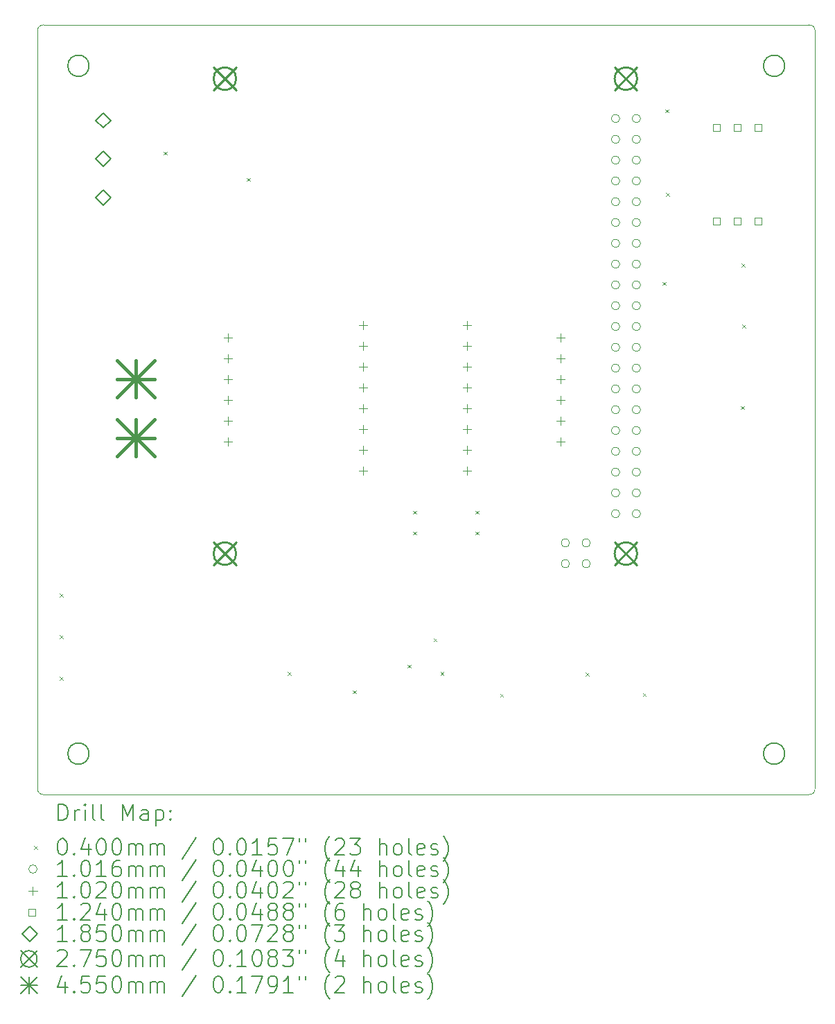
<source format=gbr>
%TF.GenerationSoftware,KiCad,Pcbnew,7.0.6*%
%TF.CreationDate,2023-08-10T19:19:34-04:00*%
%TF.ProjectId,jerry,6a657272-792e-46b6-9963-61645f706362,rev?*%
%TF.SameCoordinates,Original*%
%TF.FileFunction,Drillmap*%
%TF.FilePolarity,Positive*%
%FSLAX45Y45*%
G04 Gerber Fmt 4.5, Leading zero omitted, Abs format (unit mm)*
G04 Created by KiCad (PCBNEW 7.0.6) date 2023-08-10 19:19:34*
%MOMM*%
%LPD*%
G01*
G04 APERTURE LIST*
%ADD10C,0.100000*%
%ADD11C,0.200000*%
%ADD12C,0.040000*%
%ADD13C,0.101600*%
%ADD14C,0.102000*%
%ADD15C,0.124000*%
%ADD16C,0.185000*%
%ADD17C,0.275000*%
%ADD18C,0.455000*%
G04 APERTURE END LIST*
D10*
X11925000Y-7000000D02*
X2575000Y-7000000D01*
D11*
X3130000Y-15900000D02*
G75*
G03*
X3130000Y-15900000I-130000J0D01*
G01*
D10*
X2575000Y-7000000D02*
G75*
G03*
X2500000Y-7075000I-6030J-68970D01*
G01*
X2575000Y-16400000D02*
X11925000Y-16400000D01*
D11*
X11630000Y-7500000D02*
G75*
G03*
X11630000Y-7500000I-130000J0D01*
G01*
X3130000Y-7500000D02*
G75*
G03*
X3130000Y-7500000I-130000J0D01*
G01*
D10*
X2500000Y-7075000D02*
X2500000Y-16325000D01*
X11925000Y-16400000D02*
G75*
G03*
X12000000Y-16325000I6030J68970D01*
G01*
D11*
X11630000Y-15900000D02*
G75*
G03*
X11630000Y-15900000I-130000J0D01*
G01*
D10*
X12000000Y-7075000D02*
G75*
G03*
X11925000Y-7000000I-68970J6030D01*
G01*
X12000000Y-16325000D02*
X12000000Y-7075000D01*
X2500000Y-16325000D02*
G75*
G03*
X2575000Y-16400000I68970J-6030D01*
G01*
D11*
D12*
X2774000Y-13945052D02*
X2814000Y-13985052D01*
X2814000Y-13945052D02*
X2774000Y-13985052D01*
X2774000Y-14453052D02*
X2814000Y-14493052D01*
X2814000Y-14453052D02*
X2774000Y-14493052D01*
X2774000Y-14961052D02*
X2814000Y-15001052D01*
X2814000Y-14961052D02*
X2774000Y-15001052D01*
X4044000Y-8548000D02*
X4084000Y-8588000D01*
X4084000Y-8548000D02*
X4044000Y-8588000D01*
X5060000Y-8870000D02*
X5100000Y-8910000D01*
X5100000Y-8870000D02*
X5060000Y-8910000D01*
X5554745Y-14901673D02*
X5594745Y-14941673D01*
X5594745Y-14901673D02*
X5554745Y-14941673D01*
X6349742Y-15125984D02*
X6389742Y-15165984D01*
X6389742Y-15125984D02*
X6349742Y-15165984D01*
X7018652Y-14813989D02*
X7058652Y-14853989D01*
X7058652Y-14813989D02*
X7018652Y-14853989D01*
X7092000Y-12934000D02*
X7132000Y-12974000D01*
X7132000Y-12934000D02*
X7092000Y-12974000D01*
X7092000Y-13188000D02*
X7132000Y-13228000D01*
X7132000Y-13188000D02*
X7092000Y-13228000D01*
X7339151Y-14490362D02*
X7379151Y-14530362D01*
X7379151Y-14490362D02*
X7339151Y-14530362D01*
X7422697Y-14901673D02*
X7462697Y-14941673D01*
X7462697Y-14901673D02*
X7422697Y-14941673D01*
X7854000Y-12934000D02*
X7894000Y-12974000D01*
X7894000Y-12934000D02*
X7854000Y-12974000D01*
X7854000Y-13188000D02*
X7894000Y-13228000D01*
X7894000Y-13188000D02*
X7854000Y-13228000D01*
X8150893Y-15168044D02*
X8190893Y-15208044D01*
X8190893Y-15168044D02*
X8150893Y-15208044D01*
X9196633Y-14911570D02*
X9236633Y-14951570D01*
X9236633Y-14911570D02*
X9196633Y-14951570D01*
X9895140Y-15160621D02*
X9935140Y-15200621D01*
X9935140Y-15160621D02*
X9895140Y-15200621D01*
X10140000Y-10140000D02*
X10180000Y-10180000D01*
X10180000Y-10140000D02*
X10140000Y-10180000D01*
X10168667Y-8031633D02*
X10208667Y-8071633D01*
X10208667Y-8031633D02*
X10168667Y-8071633D01*
X10180677Y-9048673D02*
X10220677Y-9088673D01*
X10220677Y-9048673D02*
X10180677Y-9088673D01*
X11094551Y-11655757D02*
X11134551Y-11695757D01*
X11134551Y-11655757D02*
X11094551Y-11695757D01*
X11104044Y-9912799D02*
X11144044Y-9952799D01*
X11144044Y-9912799D02*
X11104044Y-9952799D01*
X11107755Y-10662454D02*
X11147755Y-10702454D01*
X11147755Y-10662454D02*
X11107755Y-10702454D01*
D13*
X9000500Y-13326000D02*
G75*
G03*
X9000500Y-13326000I-50800J0D01*
G01*
X9000500Y-13580000D02*
G75*
G03*
X9000500Y-13580000I-50800J0D01*
G01*
X9254500Y-13326000D02*
G75*
G03*
X9254500Y-13326000I-50800J0D01*
G01*
X9254500Y-13580000D02*
G75*
G03*
X9254500Y-13580000I-50800J0D01*
G01*
X9612800Y-8144000D02*
G75*
G03*
X9612800Y-8144000I-50800J0D01*
G01*
X9612800Y-8398000D02*
G75*
G03*
X9612800Y-8398000I-50800J0D01*
G01*
X9612800Y-8652000D02*
G75*
G03*
X9612800Y-8652000I-50800J0D01*
G01*
X9612800Y-8906000D02*
G75*
G03*
X9612800Y-8906000I-50800J0D01*
G01*
X9612800Y-9160000D02*
G75*
G03*
X9612800Y-9160000I-50800J0D01*
G01*
X9612800Y-9414000D02*
G75*
G03*
X9612800Y-9414000I-50800J0D01*
G01*
X9612800Y-9668000D02*
G75*
G03*
X9612800Y-9668000I-50800J0D01*
G01*
X9612800Y-9922000D02*
G75*
G03*
X9612800Y-9922000I-50800J0D01*
G01*
X9612800Y-10176000D02*
G75*
G03*
X9612800Y-10176000I-50800J0D01*
G01*
X9612800Y-10430000D02*
G75*
G03*
X9612800Y-10430000I-50800J0D01*
G01*
X9612800Y-10684000D02*
G75*
G03*
X9612800Y-10684000I-50800J0D01*
G01*
X9612800Y-10938000D02*
G75*
G03*
X9612800Y-10938000I-50800J0D01*
G01*
X9612800Y-11192000D02*
G75*
G03*
X9612800Y-11192000I-50800J0D01*
G01*
X9612800Y-11446000D02*
G75*
G03*
X9612800Y-11446000I-50800J0D01*
G01*
X9612800Y-11700000D02*
G75*
G03*
X9612800Y-11700000I-50800J0D01*
G01*
X9612800Y-11954000D02*
G75*
G03*
X9612800Y-11954000I-50800J0D01*
G01*
X9612800Y-12208000D02*
G75*
G03*
X9612800Y-12208000I-50800J0D01*
G01*
X9612800Y-12462000D02*
G75*
G03*
X9612800Y-12462000I-50800J0D01*
G01*
X9612800Y-12716000D02*
G75*
G03*
X9612800Y-12716000I-50800J0D01*
G01*
X9612800Y-12970000D02*
G75*
G03*
X9612800Y-12970000I-50800J0D01*
G01*
X9866800Y-8144000D02*
G75*
G03*
X9866800Y-8144000I-50800J0D01*
G01*
X9866800Y-8398000D02*
G75*
G03*
X9866800Y-8398000I-50800J0D01*
G01*
X9866800Y-8652000D02*
G75*
G03*
X9866800Y-8652000I-50800J0D01*
G01*
X9866800Y-8906000D02*
G75*
G03*
X9866800Y-8906000I-50800J0D01*
G01*
X9866800Y-9160000D02*
G75*
G03*
X9866800Y-9160000I-50800J0D01*
G01*
X9866800Y-9414000D02*
G75*
G03*
X9866800Y-9414000I-50800J0D01*
G01*
X9866800Y-9668000D02*
G75*
G03*
X9866800Y-9668000I-50800J0D01*
G01*
X9866800Y-9922000D02*
G75*
G03*
X9866800Y-9922000I-50800J0D01*
G01*
X9866800Y-10176000D02*
G75*
G03*
X9866800Y-10176000I-50800J0D01*
G01*
X9866800Y-10430000D02*
G75*
G03*
X9866800Y-10430000I-50800J0D01*
G01*
X9866800Y-10684000D02*
G75*
G03*
X9866800Y-10684000I-50800J0D01*
G01*
X9866800Y-10938000D02*
G75*
G03*
X9866800Y-10938000I-50800J0D01*
G01*
X9866800Y-11192000D02*
G75*
G03*
X9866800Y-11192000I-50800J0D01*
G01*
X9866800Y-11446000D02*
G75*
G03*
X9866800Y-11446000I-50800J0D01*
G01*
X9866800Y-11700000D02*
G75*
G03*
X9866800Y-11700000I-50800J0D01*
G01*
X9866800Y-11954000D02*
G75*
G03*
X9866800Y-11954000I-50800J0D01*
G01*
X9866800Y-12208000D02*
G75*
G03*
X9866800Y-12208000I-50800J0D01*
G01*
X9866800Y-12462000D02*
G75*
G03*
X9866800Y-12462000I-50800J0D01*
G01*
X9866800Y-12716000D02*
G75*
G03*
X9866800Y-12716000I-50800J0D01*
G01*
X9866800Y-12970000D02*
G75*
G03*
X9866800Y-12970000I-50800J0D01*
G01*
D14*
X4826000Y-10772750D02*
X4826000Y-10874750D01*
X4775000Y-10823750D02*
X4877000Y-10823750D01*
X4826000Y-11026750D02*
X4826000Y-11128750D01*
X4775000Y-11077750D02*
X4877000Y-11077750D01*
X4826000Y-11280750D02*
X4826000Y-11382750D01*
X4775000Y-11331750D02*
X4877000Y-11331750D01*
X4826000Y-11534750D02*
X4826000Y-11636750D01*
X4775000Y-11585750D02*
X4877000Y-11585750D01*
X4826000Y-11788750D02*
X4826000Y-11890750D01*
X4775000Y-11839750D02*
X4877000Y-11839750D01*
X4826000Y-12042750D02*
X4826000Y-12144750D01*
X4775000Y-12093750D02*
X4877000Y-12093750D01*
X6477000Y-10617000D02*
X6477000Y-10719000D01*
X6426000Y-10668000D02*
X6528000Y-10668000D01*
X6477000Y-10871000D02*
X6477000Y-10973000D01*
X6426000Y-10922000D02*
X6528000Y-10922000D01*
X6477000Y-11125000D02*
X6477000Y-11227000D01*
X6426000Y-11176000D02*
X6528000Y-11176000D01*
X6477000Y-11379000D02*
X6477000Y-11481000D01*
X6426000Y-11430000D02*
X6528000Y-11430000D01*
X6477000Y-11633000D02*
X6477000Y-11735000D01*
X6426000Y-11684000D02*
X6528000Y-11684000D01*
X6477000Y-11887000D02*
X6477000Y-11989000D01*
X6426000Y-11938000D02*
X6528000Y-11938000D01*
X6477000Y-12141000D02*
X6477000Y-12243000D01*
X6426000Y-12192000D02*
X6528000Y-12192000D01*
X6477000Y-12395000D02*
X6477000Y-12497000D01*
X6426000Y-12446000D02*
X6528000Y-12446000D01*
X7747000Y-10617000D02*
X7747000Y-10719000D01*
X7696000Y-10668000D02*
X7798000Y-10668000D01*
X7747000Y-10871000D02*
X7747000Y-10973000D01*
X7696000Y-10922000D02*
X7798000Y-10922000D01*
X7747000Y-11125000D02*
X7747000Y-11227000D01*
X7696000Y-11176000D02*
X7798000Y-11176000D01*
X7747000Y-11379000D02*
X7747000Y-11481000D01*
X7696000Y-11430000D02*
X7798000Y-11430000D01*
X7747000Y-11633000D02*
X7747000Y-11735000D01*
X7696000Y-11684000D02*
X7798000Y-11684000D01*
X7747000Y-11887000D02*
X7747000Y-11989000D01*
X7696000Y-11938000D02*
X7798000Y-11938000D01*
X7747000Y-12141000D02*
X7747000Y-12243000D01*
X7696000Y-12192000D02*
X7798000Y-12192000D01*
X7747000Y-12395000D02*
X7747000Y-12497000D01*
X7696000Y-12446000D02*
X7798000Y-12446000D01*
X8890000Y-10772750D02*
X8890000Y-10874750D01*
X8839000Y-10823750D02*
X8941000Y-10823750D01*
X8890000Y-11026750D02*
X8890000Y-11128750D01*
X8839000Y-11077750D02*
X8941000Y-11077750D01*
X8890000Y-11280750D02*
X8890000Y-11382750D01*
X8839000Y-11331750D02*
X8941000Y-11331750D01*
X8890000Y-11534750D02*
X8890000Y-11636750D01*
X8839000Y-11585750D02*
X8941000Y-11585750D01*
X8890000Y-11788750D02*
X8890000Y-11890750D01*
X8839000Y-11839750D02*
X8941000Y-11839750D01*
X8890000Y-12042750D02*
X8890000Y-12144750D01*
X8839000Y-12093750D02*
X8941000Y-12093750D01*
D15*
X10838841Y-8298841D02*
X10838841Y-8211159D01*
X10751159Y-8211159D01*
X10751159Y-8298841D01*
X10838841Y-8298841D01*
X10838841Y-9441841D02*
X10838841Y-9354159D01*
X10751159Y-9354159D01*
X10751159Y-9441841D01*
X10838841Y-9441841D01*
X11092841Y-8298841D02*
X11092841Y-8211159D01*
X11005159Y-8211159D01*
X11005159Y-8298841D01*
X11092841Y-8298841D01*
X11092841Y-9441841D02*
X11092841Y-9354159D01*
X11005159Y-9354159D01*
X11005159Y-9441841D01*
X11092841Y-9441841D01*
X11346841Y-8298841D02*
X11346841Y-8211159D01*
X11259159Y-8211159D01*
X11259159Y-8298841D01*
X11346841Y-8298841D01*
X11346841Y-9441841D02*
X11346841Y-9354159D01*
X11259159Y-9354159D01*
X11259159Y-9441841D01*
X11346841Y-9441841D01*
D16*
X3302000Y-8258500D02*
X3394500Y-8166000D01*
X3302000Y-8073500D01*
X3209500Y-8166000D01*
X3302000Y-8258500D01*
X3302000Y-8728500D02*
X3394500Y-8636000D01*
X3302000Y-8543500D01*
X3209500Y-8636000D01*
X3302000Y-8728500D01*
X3302000Y-9198500D02*
X3394500Y-9106000D01*
X3302000Y-9013500D01*
X3209500Y-9106000D01*
X3302000Y-9198500D01*
D17*
X4651500Y-7519500D02*
X4926500Y-7794500D01*
X4926500Y-7519500D02*
X4651500Y-7794500D01*
X4926500Y-7657000D02*
G75*
G03*
X4926500Y-7657000I-137500J0D01*
G01*
X4651500Y-13319500D02*
X4926500Y-13594500D01*
X4926500Y-13319500D02*
X4651500Y-13594500D01*
X4926500Y-13457000D02*
G75*
G03*
X4926500Y-13457000I-137500J0D01*
G01*
X9551500Y-7519500D02*
X9826500Y-7794500D01*
X9826500Y-7519500D02*
X9551500Y-7794500D01*
X9826500Y-7657000D02*
G75*
G03*
X9826500Y-7657000I-137500J0D01*
G01*
X9551500Y-13319500D02*
X9826500Y-13594500D01*
X9826500Y-13319500D02*
X9551500Y-13594500D01*
X9826500Y-13457000D02*
G75*
G03*
X9826500Y-13457000I-137500J0D01*
G01*
D18*
X3472500Y-11096500D02*
X3927500Y-11551500D01*
X3927500Y-11096500D02*
X3472500Y-11551500D01*
X3700000Y-11096500D02*
X3700000Y-11551500D01*
X3472500Y-11324000D02*
X3927500Y-11324000D01*
X3472500Y-11816500D02*
X3927500Y-12271500D01*
X3927500Y-11816500D02*
X3472500Y-12271500D01*
X3700000Y-11816500D02*
X3700000Y-12271500D01*
X3472500Y-12044000D02*
X3927500Y-12044000D01*
D11*
X2755514Y-16716747D02*
X2755514Y-16516747D01*
X2755514Y-16516747D02*
X2803133Y-16516747D01*
X2803133Y-16516747D02*
X2831704Y-16526271D01*
X2831704Y-16526271D02*
X2850752Y-16545318D01*
X2850752Y-16545318D02*
X2860276Y-16564366D01*
X2860276Y-16564366D02*
X2869799Y-16602461D01*
X2869799Y-16602461D02*
X2869799Y-16631033D01*
X2869799Y-16631033D02*
X2860276Y-16669128D01*
X2860276Y-16669128D02*
X2850752Y-16688175D01*
X2850752Y-16688175D02*
X2831704Y-16707223D01*
X2831704Y-16707223D02*
X2803133Y-16716747D01*
X2803133Y-16716747D02*
X2755514Y-16716747D01*
X2955514Y-16716747D02*
X2955514Y-16583413D01*
X2955514Y-16621509D02*
X2965037Y-16602461D01*
X2965037Y-16602461D02*
X2974561Y-16592937D01*
X2974561Y-16592937D02*
X2993609Y-16583413D01*
X2993609Y-16583413D02*
X3012657Y-16583413D01*
X3079323Y-16716747D02*
X3079323Y-16583413D01*
X3079323Y-16516747D02*
X3069799Y-16526271D01*
X3069799Y-16526271D02*
X3079323Y-16535794D01*
X3079323Y-16535794D02*
X3088847Y-16526271D01*
X3088847Y-16526271D02*
X3079323Y-16516747D01*
X3079323Y-16516747D02*
X3079323Y-16535794D01*
X3203133Y-16716747D02*
X3184085Y-16707223D01*
X3184085Y-16707223D02*
X3174561Y-16688175D01*
X3174561Y-16688175D02*
X3174561Y-16516747D01*
X3307895Y-16716747D02*
X3288847Y-16707223D01*
X3288847Y-16707223D02*
X3279323Y-16688175D01*
X3279323Y-16688175D02*
X3279323Y-16516747D01*
X3536466Y-16716747D02*
X3536466Y-16516747D01*
X3536466Y-16516747D02*
X3603133Y-16659604D01*
X3603133Y-16659604D02*
X3669799Y-16516747D01*
X3669799Y-16516747D02*
X3669799Y-16716747D01*
X3850752Y-16716747D02*
X3850752Y-16611985D01*
X3850752Y-16611985D02*
X3841228Y-16592937D01*
X3841228Y-16592937D02*
X3822180Y-16583413D01*
X3822180Y-16583413D02*
X3784085Y-16583413D01*
X3784085Y-16583413D02*
X3765037Y-16592937D01*
X3850752Y-16707223D02*
X3831704Y-16716747D01*
X3831704Y-16716747D02*
X3784085Y-16716747D01*
X3784085Y-16716747D02*
X3765037Y-16707223D01*
X3765037Y-16707223D02*
X3755514Y-16688175D01*
X3755514Y-16688175D02*
X3755514Y-16669128D01*
X3755514Y-16669128D02*
X3765037Y-16650080D01*
X3765037Y-16650080D02*
X3784085Y-16640556D01*
X3784085Y-16640556D02*
X3831704Y-16640556D01*
X3831704Y-16640556D02*
X3850752Y-16631033D01*
X3945990Y-16583413D02*
X3945990Y-16783414D01*
X3945990Y-16592937D02*
X3965037Y-16583413D01*
X3965037Y-16583413D02*
X4003133Y-16583413D01*
X4003133Y-16583413D02*
X4022180Y-16592937D01*
X4022180Y-16592937D02*
X4031704Y-16602461D01*
X4031704Y-16602461D02*
X4041228Y-16621509D01*
X4041228Y-16621509D02*
X4041228Y-16678652D01*
X4041228Y-16678652D02*
X4031704Y-16697699D01*
X4031704Y-16697699D02*
X4022180Y-16707223D01*
X4022180Y-16707223D02*
X4003133Y-16716747D01*
X4003133Y-16716747D02*
X3965037Y-16716747D01*
X3965037Y-16716747D02*
X3945990Y-16707223D01*
X4126942Y-16697699D02*
X4136466Y-16707223D01*
X4136466Y-16707223D02*
X4126942Y-16716747D01*
X4126942Y-16716747D02*
X4117418Y-16707223D01*
X4117418Y-16707223D02*
X4126942Y-16697699D01*
X4126942Y-16697699D02*
X4126942Y-16716747D01*
X4126942Y-16592937D02*
X4136466Y-16602461D01*
X4136466Y-16602461D02*
X4126942Y-16611985D01*
X4126942Y-16611985D02*
X4117418Y-16602461D01*
X4117418Y-16602461D02*
X4126942Y-16592937D01*
X4126942Y-16592937D02*
X4126942Y-16611985D01*
D12*
X2454737Y-17025263D02*
X2494737Y-17065263D01*
X2494737Y-17025263D02*
X2454737Y-17065263D01*
D11*
X2793609Y-16936747D02*
X2812657Y-16936747D01*
X2812657Y-16936747D02*
X2831704Y-16946271D01*
X2831704Y-16946271D02*
X2841228Y-16955795D01*
X2841228Y-16955795D02*
X2850752Y-16974842D01*
X2850752Y-16974842D02*
X2860276Y-17012937D01*
X2860276Y-17012937D02*
X2860276Y-17060556D01*
X2860276Y-17060556D02*
X2850752Y-17098652D01*
X2850752Y-17098652D02*
X2841228Y-17117699D01*
X2841228Y-17117699D02*
X2831704Y-17127223D01*
X2831704Y-17127223D02*
X2812657Y-17136747D01*
X2812657Y-17136747D02*
X2793609Y-17136747D01*
X2793609Y-17136747D02*
X2774561Y-17127223D01*
X2774561Y-17127223D02*
X2765038Y-17117699D01*
X2765038Y-17117699D02*
X2755514Y-17098652D01*
X2755514Y-17098652D02*
X2745990Y-17060556D01*
X2745990Y-17060556D02*
X2745990Y-17012937D01*
X2745990Y-17012937D02*
X2755514Y-16974842D01*
X2755514Y-16974842D02*
X2765038Y-16955795D01*
X2765038Y-16955795D02*
X2774561Y-16946271D01*
X2774561Y-16946271D02*
X2793609Y-16936747D01*
X2945990Y-17117699D02*
X2955514Y-17127223D01*
X2955514Y-17127223D02*
X2945990Y-17136747D01*
X2945990Y-17136747D02*
X2936466Y-17127223D01*
X2936466Y-17127223D02*
X2945990Y-17117699D01*
X2945990Y-17117699D02*
X2945990Y-17136747D01*
X3126942Y-17003414D02*
X3126942Y-17136747D01*
X3079323Y-16927223D02*
X3031704Y-17070080D01*
X3031704Y-17070080D02*
X3155514Y-17070080D01*
X3269799Y-16936747D02*
X3288847Y-16936747D01*
X3288847Y-16936747D02*
X3307895Y-16946271D01*
X3307895Y-16946271D02*
X3317418Y-16955795D01*
X3317418Y-16955795D02*
X3326942Y-16974842D01*
X3326942Y-16974842D02*
X3336466Y-17012937D01*
X3336466Y-17012937D02*
X3336466Y-17060556D01*
X3336466Y-17060556D02*
X3326942Y-17098652D01*
X3326942Y-17098652D02*
X3317418Y-17117699D01*
X3317418Y-17117699D02*
X3307895Y-17127223D01*
X3307895Y-17127223D02*
X3288847Y-17136747D01*
X3288847Y-17136747D02*
X3269799Y-17136747D01*
X3269799Y-17136747D02*
X3250752Y-17127223D01*
X3250752Y-17127223D02*
X3241228Y-17117699D01*
X3241228Y-17117699D02*
X3231704Y-17098652D01*
X3231704Y-17098652D02*
X3222180Y-17060556D01*
X3222180Y-17060556D02*
X3222180Y-17012937D01*
X3222180Y-17012937D02*
X3231704Y-16974842D01*
X3231704Y-16974842D02*
X3241228Y-16955795D01*
X3241228Y-16955795D02*
X3250752Y-16946271D01*
X3250752Y-16946271D02*
X3269799Y-16936747D01*
X3460276Y-16936747D02*
X3479323Y-16936747D01*
X3479323Y-16936747D02*
X3498371Y-16946271D01*
X3498371Y-16946271D02*
X3507895Y-16955795D01*
X3507895Y-16955795D02*
X3517418Y-16974842D01*
X3517418Y-16974842D02*
X3526942Y-17012937D01*
X3526942Y-17012937D02*
X3526942Y-17060556D01*
X3526942Y-17060556D02*
X3517418Y-17098652D01*
X3517418Y-17098652D02*
X3507895Y-17117699D01*
X3507895Y-17117699D02*
X3498371Y-17127223D01*
X3498371Y-17127223D02*
X3479323Y-17136747D01*
X3479323Y-17136747D02*
X3460276Y-17136747D01*
X3460276Y-17136747D02*
X3441228Y-17127223D01*
X3441228Y-17127223D02*
X3431704Y-17117699D01*
X3431704Y-17117699D02*
X3422180Y-17098652D01*
X3422180Y-17098652D02*
X3412657Y-17060556D01*
X3412657Y-17060556D02*
X3412657Y-17012937D01*
X3412657Y-17012937D02*
X3422180Y-16974842D01*
X3422180Y-16974842D02*
X3431704Y-16955795D01*
X3431704Y-16955795D02*
X3441228Y-16946271D01*
X3441228Y-16946271D02*
X3460276Y-16936747D01*
X3612657Y-17136747D02*
X3612657Y-17003414D01*
X3612657Y-17022461D02*
X3622180Y-17012937D01*
X3622180Y-17012937D02*
X3641228Y-17003414D01*
X3641228Y-17003414D02*
X3669799Y-17003414D01*
X3669799Y-17003414D02*
X3688847Y-17012937D01*
X3688847Y-17012937D02*
X3698371Y-17031985D01*
X3698371Y-17031985D02*
X3698371Y-17136747D01*
X3698371Y-17031985D02*
X3707895Y-17012937D01*
X3707895Y-17012937D02*
X3726942Y-17003414D01*
X3726942Y-17003414D02*
X3755514Y-17003414D01*
X3755514Y-17003414D02*
X3774561Y-17012937D01*
X3774561Y-17012937D02*
X3784085Y-17031985D01*
X3784085Y-17031985D02*
X3784085Y-17136747D01*
X3879323Y-17136747D02*
X3879323Y-17003414D01*
X3879323Y-17022461D02*
X3888847Y-17012937D01*
X3888847Y-17012937D02*
X3907895Y-17003414D01*
X3907895Y-17003414D02*
X3936466Y-17003414D01*
X3936466Y-17003414D02*
X3955514Y-17012937D01*
X3955514Y-17012937D02*
X3965038Y-17031985D01*
X3965038Y-17031985D02*
X3965038Y-17136747D01*
X3965038Y-17031985D02*
X3974561Y-17012937D01*
X3974561Y-17012937D02*
X3993609Y-17003414D01*
X3993609Y-17003414D02*
X4022180Y-17003414D01*
X4022180Y-17003414D02*
X4041228Y-17012937D01*
X4041228Y-17012937D02*
X4050752Y-17031985D01*
X4050752Y-17031985D02*
X4050752Y-17136747D01*
X4441228Y-16927223D02*
X4269800Y-17184366D01*
X4698371Y-16936747D02*
X4717419Y-16936747D01*
X4717419Y-16936747D02*
X4736466Y-16946271D01*
X4736466Y-16946271D02*
X4745990Y-16955795D01*
X4745990Y-16955795D02*
X4755514Y-16974842D01*
X4755514Y-16974842D02*
X4765038Y-17012937D01*
X4765038Y-17012937D02*
X4765038Y-17060556D01*
X4765038Y-17060556D02*
X4755514Y-17098652D01*
X4755514Y-17098652D02*
X4745990Y-17117699D01*
X4745990Y-17117699D02*
X4736466Y-17127223D01*
X4736466Y-17127223D02*
X4717419Y-17136747D01*
X4717419Y-17136747D02*
X4698371Y-17136747D01*
X4698371Y-17136747D02*
X4679323Y-17127223D01*
X4679323Y-17127223D02*
X4669800Y-17117699D01*
X4669800Y-17117699D02*
X4660276Y-17098652D01*
X4660276Y-17098652D02*
X4650752Y-17060556D01*
X4650752Y-17060556D02*
X4650752Y-17012937D01*
X4650752Y-17012937D02*
X4660276Y-16974842D01*
X4660276Y-16974842D02*
X4669800Y-16955795D01*
X4669800Y-16955795D02*
X4679323Y-16946271D01*
X4679323Y-16946271D02*
X4698371Y-16936747D01*
X4850752Y-17117699D02*
X4860276Y-17127223D01*
X4860276Y-17127223D02*
X4850752Y-17136747D01*
X4850752Y-17136747D02*
X4841228Y-17127223D01*
X4841228Y-17127223D02*
X4850752Y-17117699D01*
X4850752Y-17117699D02*
X4850752Y-17136747D01*
X4984085Y-16936747D02*
X5003133Y-16936747D01*
X5003133Y-16936747D02*
X5022181Y-16946271D01*
X5022181Y-16946271D02*
X5031704Y-16955795D01*
X5031704Y-16955795D02*
X5041228Y-16974842D01*
X5041228Y-16974842D02*
X5050752Y-17012937D01*
X5050752Y-17012937D02*
X5050752Y-17060556D01*
X5050752Y-17060556D02*
X5041228Y-17098652D01*
X5041228Y-17098652D02*
X5031704Y-17117699D01*
X5031704Y-17117699D02*
X5022181Y-17127223D01*
X5022181Y-17127223D02*
X5003133Y-17136747D01*
X5003133Y-17136747D02*
X4984085Y-17136747D01*
X4984085Y-17136747D02*
X4965038Y-17127223D01*
X4965038Y-17127223D02*
X4955514Y-17117699D01*
X4955514Y-17117699D02*
X4945990Y-17098652D01*
X4945990Y-17098652D02*
X4936466Y-17060556D01*
X4936466Y-17060556D02*
X4936466Y-17012937D01*
X4936466Y-17012937D02*
X4945990Y-16974842D01*
X4945990Y-16974842D02*
X4955514Y-16955795D01*
X4955514Y-16955795D02*
X4965038Y-16946271D01*
X4965038Y-16946271D02*
X4984085Y-16936747D01*
X5241228Y-17136747D02*
X5126943Y-17136747D01*
X5184085Y-17136747D02*
X5184085Y-16936747D01*
X5184085Y-16936747D02*
X5165038Y-16965318D01*
X5165038Y-16965318D02*
X5145990Y-16984366D01*
X5145990Y-16984366D02*
X5126943Y-16993890D01*
X5422181Y-16936747D02*
X5326943Y-16936747D01*
X5326943Y-16936747D02*
X5317419Y-17031985D01*
X5317419Y-17031985D02*
X5326943Y-17022461D01*
X5326943Y-17022461D02*
X5345990Y-17012937D01*
X5345990Y-17012937D02*
X5393609Y-17012937D01*
X5393609Y-17012937D02*
X5412657Y-17022461D01*
X5412657Y-17022461D02*
X5422181Y-17031985D01*
X5422181Y-17031985D02*
X5431704Y-17051033D01*
X5431704Y-17051033D02*
X5431704Y-17098652D01*
X5431704Y-17098652D02*
X5422181Y-17117699D01*
X5422181Y-17117699D02*
X5412657Y-17127223D01*
X5412657Y-17127223D02*
X5393609Y-17136747D01*
X5393609Y-17136747D02*
X5345990Y-17136747D01*
X5345990Y-17136747D02*
X5326943Y-17127223D01*
X5326943Y-17127223D02*
X5317419Y-17117699D01*
X5498371Y-16936747D02*
X5631704Y-16936747D01*
X5631704Y-16936747D02*
X5545990Y-17136747D01*
X5698371Y-16936747D02*
X5698371Y-16974842D01*
X5774562Y-16936747D02*
X5774562Y-16974842D01*
X6069800Y-17212937D02*
X6060276Y-17203414D01*
X6060276Y-17203414D02*
X6041228Y-17174842D01*
X6041228Y-17174842D02*
X6031704Y-17155795D01*
X6031704Y-17155795D02*
X6022181Y-17127223D01*
X6022181Y-17127223D02*
X6012657Y-17079604D01*
X6012657Y-17079604D02*
X6012657Y-17041509D01*
X6012657Y-17041509D02*
X6022181Y-16993890D01*
X6022181Y-16993890D02*
X6031704Y-16965318D01*
X6031704Y-16965318D02*
X6041228Y-16946271D01*
X6041228Y-16946271D02*
X6060276Y-16917699D01*
X6060276Y-16917699D02*
X6069800Y-16908175D01*
X6136466Y-16955795D02*
X6145990Y-16946271D01*
X6145990Y-16946271D02*
X6165038Y-16936747D01*
X6165038Y-16936747D02*
X6212657Y-16936747D01*
X6212657Y-16936747D02*
X6231704Y-16946271D01*
X6231704Y-16946271D02*
X6241228Y-16955795D01*
X6241228Y-16955795D02*
X6250752Y-16974842D01*
X6250752Y-16974842D02*
X6250752Y-16993890D01*
X6250752Y-16993890D02*
X6241228Y-17022461D01*
X6241228Y-17022461D02*
X6126943Y-17136747D01*
X6126943Y-17136747D02*
X6250752Y-17136747D01*
X6317419Y-16936747D02*
X6441228Y-16936747D01*
X6441228Y-16936747D02*
X6374562Y-17012937D01*
X6374562Y-17012937D02*
X6403133Y-17012937D01*
X6403133Y-17012937D02*
X6422181Y-17022461D01*
X6422181Y-17022461D02*
X6431704Y-17031985D01*
X6431704Y-17031985D02*
X6441228Y-17051033D01*
X6441228Y-17051033D02*
X6441228Y-17098652D01*
X6441228Y-17098652D02*
X6431704Y-17117699D01*
X6431704Y-17117699D02*
X6422181Y-17127223D01*
X6422181Y-17127223D02*
X6403133Y-17136747D01*
X6403133Y-17136747D02*
X6345990Y-17136747D01*
X6345990Y-17136747D02*
X6326943Y-17127223D01*
X6326943Y-17127223D02*
X6317419Y-17117699D01*
X6679324Y-17136747D02*
X6679324Y-16936747D01*
X6765038Y-17136747D02*
X6765038Y-17031985D01*
X6765038Y-17031985D02*
X6755514Y-17012937D01*
X6755514Y-17012937D02*
X6736466Y-17003414D01*
X6736466Y-17003414D02*
X6707895Y-17003414D01*
X6707895Y-17003414D02*
X6688847Y-17012937D01*
X6688847Y-17012937D02*
X6679324Y-17022461D01*
X6888847Y-17136747D02*
X6869800Y-17127223D01*
X6869800Y-17127223D02*
X6860276Y-17117699D01*
X6860276Y-17117699D02*
X6850752Y-17098652D01*
X6850752Y-17098652D02*
X6850752Y-17041509D01*
X6850752Y-17041509D02*
X6860276Y-17022461D01*
X6860276Y-17022461D02*
X6869800Y-17012937D01*
X6869800Y-17012937D02*
X6888847Y-17003414D01*
X6888847Y-17003414D02*
X6917419Y-17003414D01*
X6917419Y-17003414D02*
X6936466Y-17012937D01*
X6936466Y-17012937D02*
X6945990Y-17022461D01*
X6945990Y-17022461D02*
X6955514Y-17041509D01*
X6955514Y-17041509D02*
X6955514Y-17098652D01*
X6955514Y-17098652D02*
X6945990Y-17117699D01*
X6945990Y-17117699D02*
X6936466Y-17127223D01*
X6936466Y-17127223D02*
X6917419Y-17136747D01*
X6917419Y-17136747D02*
X6888847Y-17136747D01*
X7069800Y-17136747D02*
X7050752Y-17127223D01*
X7050752Y-17127223D02*
X7041228Y-17108175D01*
X7041228Y-17108175D02*
X7041228Y-16936747D01*
X7222181Y-17127223D02*
X7203133Y-17136747D01*
X7203133Y-17136747D02*
X7165038Y-17136747D01*
X7165038Y-17136747D02*
X7145990Y-17127223D01*
X7145990Y-17127223D02*
X7136466Y-17108175D01*
X7136466Y-17108175D02*
X7136466Y-17031985D01*
X7136466Y-17031985D02*
X7145990Y-17012937D01*
X7145990Y-17012937D02*
X7165038Y-17003414D01*
X7165038Y-17003414D02*
X7203133Y-17003414D01*
X7203133Y-17003414D02*
X7222181Y-17012937D01*
X7222181Y-17012937D02*
X7231705Y-17031985D01*
X7231705Y-17031985D02*
X7231705Y-17051033D01*
X7231705Y-17051033D02*
X7136466Y-17070080D01*
X7307895Y-17127223D02*
X7326943Y-17136747D01*
X7326943Y-17136747D02*
X7365038Y-17136747D01*
X7365038Y-17136747D02*
X7384086Y-17127223D01*
X7384086Y-17127223D02*
X7393609Y-17108175D01*
X7393609Y-17108175D02*
X7393609Y-17098652D01*
X7393609Y-17098652D02*
X7384086Y-17079604D01*
X7384086Y-17079604D02*
X7365038Y-17070080D01*
X7365038Y-17070080D02*
X7336466Y-17070080D01*
X7336466Y-17070080D02*
X7317419Y-17060556D01*
X7317419Y-17060556D02*
X7307895Y-17041509D01*
X7307895Y-17041509D02*
X7307895Y-17031985D01*
X7307895Y-17031985D02*
X7317419Y-17012937D01*
X7317419Y-17012937D02*
X7336466Y-17003414D01*
X7336466Y-17003414D02*
X7365038Y-17003414D01*
X7365038Y-17003414D02*
X7384086Y-17012937D01*
X7460276Y-17212937D02*
X7469800Y-17203414D01*
X7469800Y-17203414D02*
X7488847Y-17174842D01*
X7488847Y-17174842D02*
X7498371Y-17155795D01*
X7498371Y-17155795D02*
X7507895Y-17127223D01*
X7507895Y-17127223D02*
X7517419Y-17079604D01*
X7517419Y-17079604D02*
X7517419Y-17041509D01*
X7517419Y-17041509D02*
X7507895Y-16993890D01*
X7507895Y-16993890D02*
X7498371Y-16965318D01*
X7498371Y-16965318D02*
X7488847Y-16946271D01*
X7488847Y-16946271D02*
X7469800Y-16917699D01*
X7469800Y-16917699D02*
X7460276Y-16908175D01*
D13*
X2494737Y-17309263D02*
G75*
G03*
X2494737Y-17309263I-50800J0D01*
G01*
D11*
X2860276Y-17400747D02*
X2745990Y-17400747D01*
X2803133Y-17400747D02*
X2803133Y-17200747D01*
X2803133Y-17200747D02*
X2784085Y-17229318D01*
X2784085Y-17229318D02*
X2765038Y-17248366D01*
X2765038Y-17248366D02*
X2745990Y-17257890D01*
X2945990Y-17381699D02*
X2955514Y-17391223D01*
X2955514Y-17391223D02*
X2945990Y-17400747D01*
X2945990Y-17400747D02*
X2936466Y-17391223D01*
X2936466Y-17391223D02*
X2945990Y-17381699D01*
X2945990Y-17381699D02*
X2945990Y-17400747D01*
X3079323Y-17200747D02*
X3098371Y-17200747D01*
X3098371Y-17200747D02*
X3117418Y-17210271D01*
X3117418Y-17210271D02*
X3126942Y-17219795D01*
X3126942Y-17219795D02*
X3136466Y-17238842D01*
X3136466Y-17238842D02*
X3145990Y-17276937D01*
X3145990Y-17276937D02*
X3145990Y-17324556D01*
X3145990Y-17324556D02*
X3136466Y-17362652D01*
X3136466Y-17362652D02*
X3126942Y-17381699D01*
X3126942Y-17381699D02*
X3117418Y-17391223D01*
X3117418Y-17391223D02*
X3098371Y-17400747D01*
X3098371Y-17400747D02*
X3079323Y-17400747D01*
X3079323Y-17400747D02*
X3060276Y-17391223D01*
X3060276Y-17391223D02*
X3050752Y-17381699D01*
X3050752Y-17381699D02*
X3041228Y-17362652D01*
X3041228Y-17362652D02*
X3031704Y-17324556D01*
X3031704Y-17324556D02*
X3031704Y-17276937D01*
X3031704Y-17276937D02*
X3041228Y-17238842D01*
X3041228Y-17238842D02*
X3050752Y-17219795D01*
X3050752Y-17219795D02*
X3060276Y-17210271D01*
X3060276Y-17210271D02*
X3079323Y-17200747D01*
X3336466Y-17400747D02*
X3222180Y-17400747D01*
X3279323Y-17400747D02*
X3279323Y-17200747D01*
X3279323Y-17200747D02*
X3260276Y-17229318D01*
X3260276Y-17229318D02*
X3241228Y-17248366D01*
X3241228Y-17248366D02*
X3222180Y-17257890D01*
X3507895Y-17200747D02*
X3469799Y-17200747D01*
X3469799Y-17200747D02*
X3450752Y-17210271D01*
X3450752Y-17210271D02*
X3441228Y-17219795D01*
X3441228Y-17219795D02*
X3422180Y-17248366D01*
X3422180Y-17248366D02*
X3412657Y-17286461D01*
X3412657Y-17286461D02*
X3412657Y-17362652D01*
X3412657Y-17362652D02*
X3422180Y-17381699D01*
X3422180Y-17381699D02*
X3431704Y-17391223D01*
X3431704Y-17391223D02*
X3450752Y-17400747D01*
X3450752Y-17400747D02*
X3488847Y-17400747D01*
X3488847Y-17400747D02*
X3507895Y-17391223D01*
X3507895Y-17391223D02*
X3517418Y-17381699D01*
X3517418Y-17381699D02*
X3526942Y-17362652D01*
X3526942Y-17362652D02*
X3526942Y-17315033D01*
X3526942Y-17315033D02*
X3517418Y-17295985D01*
X3517418Y-17295985D02*
X3507895Y-17286461D01*
X3507895Y-17286461D02*
X3488847Y-17276937D01*
X3488847Y-17276937D02*
X3450752Y-17276937D01*
X3450752Y-17276937D02*
X3431704Y-17286461D01*
X3431704Y-17286461D02*
X3422180Y-17295985D01*
X3422180Y-17295985D02*
X3412657Y-17315033D01*
X3612657Y-17400747D02*
X3612657Y-17267414D01*
X3612657Y-17286461D02*
X3622180Y-17276937D01*
X3622180Y-17276937D02*
X3641228Y-17267414D01*
X3641228Y-17267414D02*
X3669799Y-17267414D01*
X3669799Y-17267414D02*
X3688847Y-17276937D01*
X3688847Y-17276937D02*
X3698371Y-17295985D01*
X3698371Y-17295985D02*
X3698371Y-17400747D01*
X3698371Y-17295985D02*
X3707895Y-17276937D01*
X3707895Y-17276937D02*
X3726942Y-17267414D01*
X3726942Y-17267414D02*
X3755514Y-17267414D01*
X3755514Y-17267414D02*
X3774561Y-17276937D01*
X3774561Y-17276937D02*
X3784085Y-17295985D01*
X3784085Y-17295985D02*
X3784085Y-17400747D01*
X3879323Y-17400747D02*
X3879323Y-17267414D01*
X3879323Y-17286461D02*
X3888847Y-17276937D01*
X3888847Y-17276937D02*
X3907895Y-17267414D01*
X3907895Y-17267414D02*
X3936466Y-17267414D01*
X3936466Y-17267414D02*
X3955514Y-17276937D01*
X3955514Y-17276937D02*
X3965038Y-17295985D01*
X3965038Y-17295985D02*
X3965038Y-17400747D01*
X3965038Y-17295985D02*
X3974561Y-17276937D01*
X3974561Y-17276937D02*
X3993609Y-17267414D01*
X3993609Y-17267414D02*
X4022180Y-17267414D01*
X4022180Y-17267414D02*
X4041228Y-17276937D01*
X4041228Y-17276937D02*
X4050752Y-17295985D01*
X4050752Y-17295985D02*
X4050752Y-17400747D01*
X4441228Y-17191223D02*
X4269800Y-17448366D01*
X4698371Y-17200747D02*
X4717419Y-17200747D01*
X4717419Y-17200747D02*
X4736466Y-17210271D01*
X4736466Y-17210271D02*
X4745990Y-17219795D01*
X4745990Y-17219795D02*
X4755514Y-17238842D01*
X4755514Y-17238842D02*
X4765038Y-17276937D01*
X4765038Y-17276937D02*
X4765038Y-17324556D01*
X4765038Y-17324556D02*
X4755514Y-17362652D01*
X4755514Y-17362652D02*
X4745990Y-17381699D01*
X4745990Y-17381699D02*
X4736466Y-17391223D01*
X4736466Y-17391223D02*
X4717419Y-17400747D01*
X4717419Y-17400747D02*
X4698371Y-17400747D01*
X4698371Y-17400747D02*
X4679323Y-17391223D01*
X4679323Y-17391223D02*
X4669800Y-17381699D01*
X4669800Y-17381699D02*
X4660276Y-17362652D01*
X4660276Y-17362652D02*
X4650752Y-17324556D01*
X4650752Y-17324556D02*
X4650752Y-17276937D01*
X4650752Y-17276937D02*
X4660276Y-17238842D01*
X4660276Y-17238842D02*
X4669800Y-17219795D01*
X4669800Y-17219795D02*
X4679323Y-17210271D01*
X4679323Y-17210271D02*
X4698371Y-17200747D01*
X4850752Y-17381699D02*
X4860276Y-17391223D01*
X4860276Y-17391223D02*
X4850752Y-17400747D01*
X4850752Y-17400747D02*
X4841228Y-17391223D01*
X4841228Y-17391223D02*
X4850752Y-17381699D01*
X4850752Y-17381699D02*
X4850752Y-17400747D01*
X4984085Y-17200747D02*
X5003133Y-17200747D01*
X5003133Y-17200747D02*
X5022181Y-17210271D01*
X5022181Y-17210271D02*
X5031704Y-17219795D01*
X5031704Y-17219795D02*
X5041228Y-17238842D01*
X5041228Y-17238842D02*
X5050752Y-17276937D01*
X5050752Y-17276937D02*
X5050752Y-17324556D01*
X5050752Y-17324556D02*
X5041228Y-17362652D01*
X5041228Y-17362652D02*
X5031704Y-17381699D01*
X5031704Y-17381699D02*
X5022181Y-17391223D01*
X5022181Y-17391223D02*
X5003133Y-17400747D01*
X5003133Y-17400747D02*
X4984085Y-17400747D01*
X4984085Y-17400747D02*
X4965038Y-17391223D01*
X4965038Y-17391223D02*
X4955514Y-17381699D01*
X4955514Y-17381699D02*
X4945990Y-17362652D01*
X4945990Y-17362652D02*
X4936466Y-17324556D01*
X4936466Y-17324556D02*
X4936466Y-17276937D01*
X4936466Y-17276937D02*
X4945990Y-17238842D01*
X4945990Y-17238842D02*
X4955514Y-17219795D01*
X4955514Y-17219795D02*
X4965038Y-17210271D01*
X4965038Y-17210271D02*
X4984085Y-17200747D01*
X5222181Y-17267414D02*
X5222181Y-17400747D01*
X5174562Y-17191223D02*
X5126943Y-17334080D01*
X5126943Y-17334080D02*
X5250752Y-17334080D01*
X5365038Y-17200747D02*
X5384085Y-17200747D01*
X5384085Y-17200747D02*
X5403133Y-17210271D01*
X5403133Y-17210271D02*
X5412657Y-17219795D01*
X5412657Y-17219795D02*
X5422181Y-17238842D01*
X5422181Y-17238842D02*
X5431704Y-17276937D01*
X5431704Y-17276937D02*
X5431704Y-17324556D01*
X5431704Y-17324556D02*
X5422181Y-17362652D01*
X5422181Y-17362652D02*
X5412657Y-17381699D01*
X5412657Y-17381699D02*
X5403133Y-17391223D01*
X5403133Y-17391223D02*
X5384085Y-17400747D01*
X5384085Y-17400747D02*
X5365038Y-17400747D01*
X5365038Y-17400747D02*
X5345990Y-17391223D01*
X5345990Y-17391223D02*
X5336466Y-17381699D01*
X5336466Y-17381699D02*
X5326943Y-17362652D01*
X5326943Y-17362652D02*
X5317419Y-17324556D01*
X5317419Y-17324556D02*
X5317419Y-17276937D01*
X5317419Y-17276937D02*
X5326943Y-17238842D01*
X5326943Y-17238842D02*
X5336466Y-17219795D01*
X5336466Y-17219795D02*
X5345990Y-17210271D01*
X5345990Y-17210271D02*
X5365038Y-17200747D01*
X5555514Y-17200747D02*
X5574562Y-17200747D01*
X5574562Y-17200747D02*
X5593609Y-17210271D01*
X5593609Y-17210271D02*
X5603133Y-17219795D01*
X5603133Y-17219795D02*
X5612657Y-17238842D01*
X5612657Y-17238842D02*
X5622181Y-17276937D01*
X5622181Y-17276937D02*
X5622181Y-17324556D01*
X5622181Y-17324556D02*
X5612657Y-17362652D01*
X5612657Y-17362652D02*
X5603133Y-17381699D01*
X5603133Y-17381699D02*
X5593609Y-17391223D01*
X5593609Y-17391223D02*
X5574562Y-17400747D01*
X5574562Y-17400747D02*
X5555514Y-17400747D01*
X5555514Y-17400747D02*
X5536466Y-17391223D01*
X5536466Y-17391223D02*
X5526943Y-17381699D01*
X5526943Y-17381699D02*
X5517419Y-17362652D01*
X5517419Y-17362652D02*
X5507895Y-17324556D01*
X5507895Y-17324556D02*
X5507895Y-17276937D01*
X5507895Y-17276937D02*
X5517419Y-17238842D01*
X5517419Y-17238842D02*
X5526943Y-17219795D01*
X5526943Y-17219795D02*
X5536466Y-17210271D01*
X5536466Y-17210271D02*
X5555514Y-17200747D01*
X5698371Y-17200747D02*
X5698371Y-17238842D01*
X5774562Y-17200747D02*
X5774562Y-17238842D01*
X6069800Y-17476937D02*
X6060276Y-17467414D01*
X6060276Y-17467414D02*
X6041228Y-17438842D01*
X6041228Y-17438842D02*
X6031704Y-17419795D01*
X6031704Y-17419795D02*
X6022181Y-17391223D01*
X6022181Y-17391223D02*
X6012657Y-17343604D01*
X6012657Y-17343604D02*
X6012657Y-17305509D01*
X6012657Y-17305509D02*
X6022181Y-17257890D01*
X6022181Y-17257890D02*
X6031704Y-17229318D01*
X6031704Y-17229318D02*
X6041228Y-17210271D01*
X6041228Y-17210271D02*
X6060276Y-17181699D01*
X6060276Y-17181699D02*
X6069800Y-17172175D01*
X6231704Y-17267414D02*
X6231704Y-17400747D01*
X6184085Y-17191223D02*
X6136466Y-17334080D01*
X6136466Y-17334080D02*
X6260276Y-17334080D01*
X6422181Y-17267414D02*
X6422181Y-17400747D01*
X6374562Y-17191223D02*
X6326943Y-17334080D01*
X6326943Y-17334080D02*
X6450752Y-17334080D01*
X6679324Y-17400747D02*
X6679324Y-17200747D01*
X6765038Y-17400747D02*
X6765038Y-17295985D01*
X6765038Y-17295985D02*
X6755514Y-17276937D01*
X6755514Y-17276937D02*
X6736466Y-17267414D01*
X6736466Y-17267414D02*
X6707895Y-17267414D01*
X6707895Y-17267414D02*
X6688847Y-17276937D01*
X6688847Y-17276937D02*
X6679324Y-17286461D01*
X6888847Y-17400747D02*
X6869800Y-17391223D01*
X6869800Y-17391223D02*
X6860276Y-17381699D01*
X6860276Y-17381699D02*
X6850752Y-17362652D01*
X6850752Y-17362652D02*
X6850752Y-17305509D01*
X6850752Y-17305509D02*
X6860276Y-17286461D01*
X6860276Y-17286461D02*
X6869800Y-17276937D01*
X6869800Y-17276937D02*
X6888847Y-17267414D01*
X6888847Y-17267414D02*
X6917419Y-17267414D01*
X6917419Y-17267414D02*
X6936466Y-17276937D01*
X6936466Y-17276937D02*
X6945990Y-17286461D01*
X6945990Y-17286461D02*
X6955514Y-17305509D01*
X6955514Y-17305509D02*
X6955514Y-17362652D01*
X6955514Y-17362652D02*
X6945990Y-17381699D01*
X6945990Y-17381699D02*
X6936466Y-17391223D01*
X6936466Y-17391223D02*
X6917419Y-17400747D01*
X6917419Y-17400747D02*
X6888847Y-17400747D01*
X7069800Y-17400747D02*
X7050752Y-17391223D01*
X7050752Y-17391223D02*
X7041228Y-17372175D01*
X7041228Y-17372175D02*
X7041228Y-17200747D01*
X7222181Y-17391223D02*
X7203133Y-17400747D01*
X7203133Y-17400747D02*
X7165038Y-17400747D01*
X7165038Y-17400747D02*
X7145990Y-17391223D01*
X7145990Y-17391223D02*
X7136466Y-17372175D01*
X7136466Y-17372175D02*
X7136466Y-17295985D01*
X7136466Y-17295985D02*
X7145990Y-17276937D01*
X7145990Y-17276937D02*
X7165038Y-17267414D01*
X7165038Y-17267414D02*
X7203133Y-17267414D01*
X7203133Y-17267414D02*
X7222181Y-17276937D01*
X7222181Y-17276937D02*
X7231705Y-17295985D01*
X7231705Y-17295985D02*
X7231705Y-17315033D01*
X7231705Y-17315033D02*
X7136466Y-17334080D01*
X7307895Y-17391223D02*
X7326943Y-17400747D01*
X7326943Y-17400747D02*
X7365038Y-17400747D01*
X7365038Y-17400747D02*
X7384086Y-17391223D01*
X7384086Y-17391223D02*
X7393609Y-17372175D01*
X7393609Y-17372175D02*
X7393609Y-17362652D01*
X7393609Y-17362652D02*
X7384086Y-17343604D01*
X7384086Y-17343604D02*
X7365038Y-17334080D01*
X7365038Y-17334080D02*
X7336466Y-17334080D01*
X7336466Y-17334080D02*
X7317419Y-17324556D01*
X7317419Y-17324556D02*
X7307895Y-17305509D01*
X7307895Y-17305509D02*
X7307895Y-17295985D01*
X7307895Y-17295985D02*
X7317419Y-17276937D01*
X7317419Y-17276937D02*
X7336466Y-17267414D01*
X7336466Y-17267414D02*
X7365038Y-17267414D01*
X7365038Y-17267414D02*
X7384086Y-17276937D01*
X7460276Y-17476937D02*
X7469800Y-17467414D01*
X7469800Y-17467414D02*
X7488847Y-17438842D01*
X7488847Y-17438842D02*
X7498371Y-17419795D01*
X7498371Y-17419795D02*
X7507895Y-17391223D01*
X7507895Y-17391223D02*
X7517419Y-17343604D01*
X7517419Y-17343604D02*
X7517419Y-17305509D01*
X7517419Y-17305509D02*
X7507895Y-17257890D01*
X7507895Y-17257890D02*
X7498371Y-17229318D01*
X7498371Y-17229318D02*
X7488847Y-17210271D01*
X7488847Y-17210271D02*
X7469800Y-17181699D01*
X7469800Y-17181699D02*
X7460276Y-17172175D01*
D14*
X2443737Y-17522263D02*
X2443737Y-17624263D01*
X2392737Y-17573263D02*
X2494737Y-17573263D01*
D11*
X2860276Y-17664747D02*
X2745990Y-17664747D01*
X2803133Y-17664747D02*
X2803133Y-17464747D01*
X2803133Y-17464747D02*
X2784085Y-17493318D01*
X2784085Y-17493318D02*
X2765038Y-17512366D01*
X2765038Y-17512366D02*
X2745990Y-17521890D01*
X2945990Y-17645699D02*
X2955514Y-17655223D01*
X2955514Y-17655223D02*
X2945990Y-17664747D01*
X2945990Y-17664747D02*
X2936466Y-17655223D01*
X2936466Y-17655223D02*
X2945990Y-17645699D01*
X2945990Y-17645699D02*
X2945990Y-17664747D01*
X3079323Y-17464747D02*
X3098371Y-17464747D01*
X3098371Y-17464747D02*
X3117418Y-17474271D01*
X3117418Y-17474271D02*
X3126942Y-17483795D01*
X3126942Y-17483795D02*
X3136466Y-17502842D01*
X3136466Y-17502842D02*
X3145990Y-17540937D01*
X3145990Y-17540937D02*
X3145990Y-17588556D01*
X3145990Y-17588556D02*
X3136466Y-17626652D01*
X3136466Y-17626652D02*
X3126942Y-17645699D01*
X3126942Y-17645699D02*
X3117418Y-17655223D01*
X3117418Y-17655223D02*
X3098371Y-17664747D01*
X3098371Y-17664747D02*
X3079323Y-17664747D01*
X3079323Y-17664747D02*
X3060276Y-17655223D01*
X3060276Y-17655223D02*
X3050752Y-17645699D01*
X3050752Y-17645699D02*
X3041228Y-17626652D01*
X3041228Y-17626652D02*
X3031704Y-17588556D01*
X3031704Y-17588556D02*
X3031704Y-17540937D01*
X3031704Y-17540937D02*
X3041228Y-17502842D01*
X3041228Y-17502842D02*
X3050752Y-17483795D01*
X3050752Y-17483795D02*
X3060276Y-17474271D01*
X3060276Y-17474271D02*
X3079323Y-17464747D01*
X3222180Y-17483795D02*
X3231704Y-17474271D01*
X3231704Y-17474271D02*
X3250752Y-17464747D01*
X3250752Y-17464747D02*
X3298371Y-17464747D01*
X3298371Y-17464747D02*
X3317418Y-17474271D01*
X3317418Y-17474271D02*
X3326942Y-17483795D01*
X3326942Y-17483795D02*
X3336466Y-17502842D01*
X3336466Y-17502842D02*
X3336466Y-17521890D01*
X3336466Y-17521890D02*
X3326942Y-17550461D01*
X3326942Y-17550461D02*
X3212657Y-17664747D01*
X3212657Y-17664747D02*
X3336466Y-17664747D01*
X3460276Y-17464747D02*
X3479323Y-17464747D01*
X3479323Y-17464747D02*
X3498371Y-17474271D01*
X3498371Y-17474271D02*
X3507895Y-17483795D01*
X3507895Y-17483795D02*
X3517418Y-17502842D01*
X3517418Y-17502842D02*
X3526942Y-17540937D01*
X3526942Y-17540937D02*
X3526942Y-17588556D01*
X3526942Y-17588556D02*
X3517418Y-17626652D01*
X3517418Y-17626652D02*
X3507895Y-17645699D01*
X3507895Y-17645699D02*
X3498371Y-17655223D01*
X3498371Y-17655223D02*
X3479323Y-17664747D01*
X3479323Y-17664747D02*
X3460276Y-17664747D01*
X3460276Y-17664747D02*
X3441228Y-17655223D01*
X3441228Y-17655223D02*
X3431704Y-17645699D01*
X3431704Y-17645699D02*
X3422180Y-17626652D01*
X3422180Y-17626652D02*
X3412657Y-17588556D01*
X3412657Y-17588556D02*
X3412657Y-17540937D01*
X3412657Y-17540937D02*
X3422180Y-17502842D01*
X3422180Y-17502842D02*
X3431704Y-17483795D01*
X3431704Y-17483795D02*
X3441228Y-17474271D01*
X3441228Y-17474271D02*
X3460276Y-17464747D01*
X3612657Y-17664747D02*
X3612657Y-17531414D01*
X3612657Y-17550461D02*
X3622180Y-17540937D01*
X3622180Y-17540937D02*
X3641228Y-17531414D01*
X3641228Y-17531414D02*
X3669799Y-17531414D01*
X3669799Y-17531414D02*
X3688847Y-17540937D01*
X3688847Y-17540937D02*
X3698371Y-17559985D01*
X3698371Y-17559985D02*
X3698371Y-17664747D01*
X3698371Y-17559985D02*
X3707895Y-17540937D01*
X3707895Y-17540937D02*
X3726942Y-17531414D01*
X3726942Y-17531414D02*
X3755514Y-17531414D01*
X3755514Y-17531414D02*
X3774561Y-17540937D01*
X3774561Y-17540937D02*
X3784085Y-17559985D01*
X3784085Y-17559985D02*
X3784085Y-17664747D01*
X3879323Y-17664747D02*
X3879323Y-17531414D01*
X3879323Y-17550461D02*
X3888847Y-17540937D01*
X3888847Y-17540937D02*
X3907895Y-17531414D01*
X3907895Y-17531414D02*
X3936466Y-17531414D01*
X3936466Y-17531414D02*
X3955514Y-17540937D01*
X3955514Y-17540937D02*
X3965038Y-17559985D01*
X3965038Y-17559985D02*
X3965038Y-17664747D01*
X3965038Y-17559985D02*
X3974561Y-17540937D01*
X3974561Y-17540937D02*
X3993609Y-17531414D01*
X3993609Y-17531414D02*
X4022180Y-17531414D01*
X4022180Y-17531414D02*
X4041228Y-17540937D01*
X4041228Y-17540937D02*
X4050752Y-17559985D01*
X4050752Y-17559985D02*
X4050752Y-17664747D01*
X4441228Y-17455223D02*
X4269800Y-17712366D01*
X4698371Y-17464747D02*
X4717419Y-17464747D01*
X4717419Y-17464747D02*
X4736466Y-17474271D01*
X4736466Y-17474271D02*
X4745990Y-17483795D01*
X4745990Y-17483795D02*
X4755514Y-17502842D01*
X4755514Y-17502842D02*
X4765038Y-17540937D01*
X4765038Y-17540937D02*
X4765038Y-17588556D01*
X4765038Y-17588556D02*
X4755514Y-17626652D01*
X4755514Y-17626652D02*
X4745990Y-17645699D01*
X4745990Y-17645699D02*
X4736466Y-17655223D01*
X4736466Y-17655223D02*
X4717419Y-17664747D01*
X4717419Y-17664747D02*
X4698371Y-17664747D01*
X4698371Y-17664747D02*
X4679323Y-17655223D01*
X4679323Y-17655223D02*
X4669800Y-17645699D01*
X4669800Y-17645699D02*
X4660276Y-17626652D01*
X4660276Y-17626652D02*
X4650752Y-17588556D01*
X4650752Y-17588556D02*
X4650752Y-17540937D01*
X4650752Y-17540937D02*
X4660276Y-17502842D01*
X4660276Y-17502842D02*
X4669800Y-17483795D01*
X4669800Y-17483795D02*
X4679323Y-17474271D01*
X4679323Y-17474271D02*
X4698371Y-17464747D01*
X4850752Y-17645699D02*
X4860276Y-17655223D01*
X4860276Y-17655223D02*
X4850752Y-17664747D01*
X4850752Y-17664747D02*
X4841228Y-17655223D01*
X4841228Y-17655223D02*
X4850752Y-17645699D01*
X4850752Y-17645699D02*
X4850752Y-17664747D01*
X4984085Y-17464747D02*
X5003133Y-17464747D01*
X5003133Y-17464747D02*
X5022181Y-17474271D01*
X5022181Y-17474271D02*
X5031704Y-17483795D01*
X5031704Y-17483795D02*
X5041228Y-17502842D01*
X5041228Y-17502842D02*
X5050752Y-17540937D01*
X5050752Y-17540937D02*
X5050752Y-17588556D01*
X5050752Y-17588556D02*
X5041228Y-17626652D01*
X5041228Y-17626652D02*
X5031704Y-17645699D01*
X5031704Y-17645699D02*
X5022181Y-17655223D01*
X5022181Y-17655223D02*
X5003133Y-17664747D01*
X5003133Y-17664747D02*
X4984085Y-17664747D01*
X4984085Y-17664747D02*
X4965038Y-17655223D01*
X4965038Y-17655223D02*
X4955514Y-17645699D01*
X4955514Y-17645699D02*
X4945990Y-17626652D01*
X4945990Y-17626652D02*
X4936466Y-17588556D01*
X4936466Y-17588556D02*
X4936466Y-17540937D01*
X4936466Y-17540937D02*
X4945990Y-17502842D01*
X4945990Y-17502842D02*
X4955514Y-17483795D01*
X4955514Y-17483795D02*
X4965038Y-17474271D01*
X4965038Y-17474271D02*
X4984085Y-17464747D01*
X5222181Y-17531414D02*
X5222181Y-17664747D01*
X5174562Y-17455223D02*
X5126943Y-17598080D01*
X5126943Y-17598080D02*
X5250752Y-17598080D01*
X5365038Y-17464747D02*
X5384085Y-17464747D01*
X5384085Y-17464747D02*
X5403133Y-17474271D01*
X5403133Y-17474271D02*
X5412657Y-17483795D01*
X5412657Y-17483795D02*
X5422181Y-17502842D01*
X5422181Y-17502842D02*
X5431704Y-17540937D01*
X5431704Y-17540937D02*
X5431704Y-17588556D01*
X5431704Y-17588556D02*
X5422181Y-17626652D01*
X5422181Y-17626652D02*
X5412657Y-17645699D01*
X5412657Y-17645699D02*
X5403133Y-17655223D01*
X5403133Y-17655223D02*
X5384085Y-17664747D01*
X5384085Y-17664747D02*
X5365038Y-17664747D01*
X5365038Y-17664747D02*
X5345990Y-17655223D01*
X5345990Y-17655223D02*
X5336466Y-17645699D01*
X5336466Y-17645699D02*
X5326943Y-17626652D01*
X5326943Y-17626652D02*
X5317419Y-17588556D01*
X5317419Y-17588556D02*
X5317419Y-17540937D01*
X5317419Y-17540937D02*
X5326943Y-17502842D01*
X5326943Y-17502842D02*
X5336466Y-17483795D01*
X5336466Y-17483795D02*
X5345990Y-17474271D01*
X5345990Y-17474271D02*
X5365038Y-17464747D01*
X5507895Y-17483795D02*
X5517419Y-17474271D01*
X5517419Y-17474271D02*
X5536466Y-17464747D01*
X5536466Y-17464747D02*
X5584085Y-17464747D01*
X5584085Y-17464747D02*
X5603133Y-17474271D01*
X5603133Y-17474271D02*
X5612657Y-17483795D01*
X5612657Y-17483795D02*
X5622181Y-17502842D01*
X5622181Y-17502842D02*
X5622181Y-17521890D01*
X5622181Y-17521890D02*
X5612657Y-17550461D01*
X5612657Y-17550461D02*
X5498371Y-17664747D01*
X5498371Y-17664747D02*
X5622181Y-17664747D01*
X5698371Y-17464747D02*
X5698371Y-17502842D01*
X5774562Y-17464747D02*
X5774562Y-17502842D01*
X6069800Y-17740937D02*
X6060276Y-17731414D01*
X6060276Y-17731414D02*
X6041228Y-17702842D01*
X6041228Y-17702842D02*
X6031704Y-17683795D01*
X6031704Y-17683795D02*
X6022181Y-17655223D01*
X6022181Y-17655223D02*
X6012657Y-17607604D01*
X6012657Y-17607604D02*
X6012657Y-17569509D01*
X6012657Y-17569509D02*
X6022181Y-17521890D01*
X6022181Y-17521890D02*
X6031704Y-17493318D01*
X6031704Y-17493318D02*
X6041228Y-17474271D01*
X6041228Y-17474271D02*
X6060276Y-17445699D01*
X6060276Y-17445699D02*
X6069800Y-17436175D01*
X6136466Y-17483795D02*
X6145990Y-17474271D01*
X6145990Y-17474271D02*
X6165038Y-17464747D01*
X6165038Y-17464747D02*
X6212657Y-17464747D01*
X6212657Y-17464747D02*
X6231704Y-17474271D01*
X6231704Y-17474271D02*
X6241228Y-17483795D01*
X6241228Y-17483795D02*
X6250752Y-17502842D01*
X6250752Y-17502842D02*
X6250752Y-17521890D01*
X6250752Y-17521890D02*
X6241228Y-17550461D01*
X6241228Y-17550461D02*
X6126943Y-17664747D01*
X6126943Y-17664747D02*
X6250752Y-17664747D01*
X6365038Y-17550461D02*
X6345990Y-17540937D01*
X6345990Y-17540937D02*
X6336466Y-17531414D01*
X6336466Y-17531414D02*
X6326943Y-17512366D01*
X6326943Y-17512366D02*
X6326943Y-17502842D01*
X6326943Y-17502842D02*
X6336466Y-17483795D01*
X6336466Y-17483795D02*
X6345990Y-17474271D01*
X6345990Y-17474271D02*
X6365038Y-17464747D01*
X6365038Y-17464747D02*
X6403133Y-17464747D01*
X6403133Y-17464747D02*
X6422181Y-17474271D01*
X6422181Y-17474271D02*
X6431704Y-17483795D01*
X6431704Y-17483795D02*
X6441228Y-17502842D01*
X6441228Y-17502842D02*
X6441228Y-17512366D01*
X6441228Y-17512366D02*
X6431704Y-17531414D01*
X6431704Y-17531414D02*
X6422181Y-17540937D01*
X6422181Y-17540937D02*
X6403133Y-17550461D01*
X6403133Y-17550461D02*
X6365038Y-17550461D01*
X6365038Y-17550461D02*
X6345990Y-17559985D01*
X6345990Y-17559985D02*
X6336466Y-17569509D01*
X6336466Y-17569509D02*
X6326943Y-17588556D01*
X6326943Y-17588556D02*
X6326943Y-17626652D01*
X6326943Y-17626652D02*
X6336466Y-17645699D01*
X6336466Y-17645699D02*
X6345990Y-17655223D01*
X6345990Y-17655223D02*
X6365038Y-17664747D01*
X6365038Y-17664747D02*
X6403133Y-17664747D01*
X6403133Y-17664747D02*
X6422181Y-17655223D01*
X6422181Y-17655223D02*
X6431704Y-17645699D01*
X6431704Y-17645699D02*
X6441228Y-17626652D01*
X6441228Y-17626652D02*
X6441228Y-17588556D01*
X6441228Y-17588556D02*
X6431704Y-17569509D01*
X6431704Y-17569509D02*
X6422181Y-17559985D01*
X6422181Y-17559985D02*
X6403133Y-17550461D01*
X6679324Y-17664747D02*
X6679324Y-17464747D01*
X6765038Y-17664747D02*
X6765038Y-17559985D01*
X6765038Y-17559985D02*
X6755514Y-17540937D01*
X6755514Y-17540937D02*
X6736466Y-17531414D01*
X6736466Y-17531414D02*
X6707895Y-17531414D01*
X6707895Y-17531414D02*
X6688847Y-17540937D01*
X6688847Y-17540937D02*
X6679324Y-17550461D01*
X6888847Y-17664747D02*
X6869800Y-17655223D01*
X6869800Y-17655223D02*
X6860276Y-17645699D01*
X6860276Y-17645699D02*
X6850752Y-17626652D01*
X6850752Y-17626652D02*
X6850752Y-17569509D01*
X6850752Y-17569509D02*
X6860276Y-17550461D01*
X6860276Y-17550461D02*
X6869800Y-17540937D01*
X6869800Y-17540937D02*
X6888847Y-17531414D01*
X6888847Y-17531414D02*
X6917419Y-17531414D01*
X6917419Y-17531414D02*
X6936466Y-17540937D01*
X6936466Y-17540937D02*
X6945990Y-17550461D01*
X6945990Y-17550461D02*
X6955514Y-17569509D01*
X6955514Y-17569509D02*
X6955514Y-17626652D01*
X6955514Y-17626652D02*
X6945990Y-17645699D01*
X6945990Y-17645699D02*
X6936466Y-17655223D01*
X6936466Y-17655223D02*
X6917419Y-17664747D01*
X6917419Y-17664747D02*
X6888847Y-17664747D01*
X7069800Y-17664747D02*
X7050752Y-17655223D01*
X7050752Y-17655223D02*
X7041228Y-17636175D01*
X7041228Y-17636175D02*
X7041228Y-17464747D01*
X7222181Y-17655223D02*
X7203133Y-17664747D01*
X7203133Y-17664747D02*
X7165038Y-17664747D01*
X7165038Y-17664747D02*
X7145990Y-17655223D01*
X7145990Y-17655223D02*
X7136466Y-17636175D01*
X7136466Y-17636175D02*
X7136466Y-17559985D01*
X7136466Y-17559985D02*
X7145990Y-17540937D01*
X7145990Y-17540937D02*
X7165038Y-17531414D01*
X7165038Y-17531414D02*
X7203133Y-17531414D01*
X7203133Y-17531414D02*
X7222181Y-17540937D01*
X7222181Y-17540937D02*
X7231705Y-17559985D01*
X7231705Y-17559985D02*
X7231705Y-17579033D01*
X7231705Y-17579033D02*
X7136466Y-17598080D01*
X7307895Y-17655223D02*
X7326943Y-17664747D01*
X7326943Y-17664747D02*
X7365038Y-17664747D01*
X7365038Y-17664747D02*
X7384086Y-17655223D01*
X7384086Y-17655223D02*
X7393609Y-17636175D01*
X7393609Y-17636175D02*
X7393609Y-17626652D01*
X7393609Y-17626652D02*
X7384086Y-17607604D01*
X7384086Y-17607604D02*
X7365038Y-17598080D01*
X7365038Y-17598080D02*
X7336466Y-17598080D01*
X7336466Y-17598080D02*
X7317419Y-17588556D01*
X7317419Y-17588556D02*
X7307895Y-17569509D01*
X7307895Y-17569509D02*
X7307895Y-17559985D01*
X7307895Y-17559985D02*
X7317419Y-17540937D01*
X7317419Y-17540937D02*
X7336466Y-17531414D01*
X7336466Y-17531414D02*
X7365038Y-17531414D01*
X7365038Y-17531414D02*
X7384086Y-17540937D01*
X7460276Y-17740937D02*
X7469800Y-17731414D01*
X7469800Y-17731414D02*
X7488847Y-17702842D01*
X7488847Y-17702842D02*
X7498371Y-17683795D01*
X7498371Y-17683795D02*
X7507895Y-17655223D01*
X7507895Y-17655223D02*
X7517419Y-17607604D01*
X7517419Y-17607604D02*
X7517419Y-17569509D01*
X7517419Y-17569509D02*
X7507895Y-17521890D01*
X7507895Y-17521890D02*
X7498371Y-17493318D01*
X7498371Y-17493318D02*
X7488847Y-17474271D01*
X7488847Y-17474271D02*
X7469800Y-17445699D01*
X7469800Y-17445699D02*
X7460276Y-17436175D01*
D15*
X2476578Y-17881104D02*
X2476578Y-17793422D01*
X2388896Y-17793422D01*
X2388896Y-17881104D01*
X2476578Y-17881104D01*
D11*
X2860276Y-17928747D02*
X2745990Y-17928747D01*
X2803133Y-17928747D02*
X2803133Y-17728747D01*
X2803133Y-17728747D02*
X2784085Y-17757318D01*
X2784085Y-17757318D02*
X2765038Y-17776366D01*
X2765038Y-17776366D02*
X2745990Y-17785890D01*
X2945990Y-17909699D02*
X2955514Y-17919223D01*
X2955514Y-17919223D02*
X2945990Y-17928747D01*
X2945990Y-17928747D02*
X2936466Y-17919223D01*
X2936466Y-17919223D02*
X2945990Y-17909699D01*
X2945990Y-17909699D02*
X2945990Y-17928747D01*
X3031704Y-17747795D02*
X3041228Y-17738271D01*
X3041228Y-17738271D02*
X3060276Y-17728747D01*
X3060276Y-17728747D02*
X3107895Y-17728747D01*
X3107895Y-17728747D02*
X3126942Y-17738271D01*
X3126942Y-17738271D02*
X3136466Y-17747795D01*
X3136466Y-17747795D02*
X3145990Y-17766842D01*
X3145990Y-17766842D02*
X3145990Y-17785890D01*
X3145990Y-17785890D02*
X3136466Y-17814461D01*
X3136466Y-17814461D02*
X3022180Y-17928747D01*
X3022180Y-17928747D02*
X3145990Y-17928747D01*
X3317418Y-17795414D02*
X3317418Y-17928747D01*
X3269799Y-17719223D02*
X3222180Y-17862080D01*
X3222180Y-17862080D02*
X3345990Y-17862080D01*
X3460276Y-17728747D02*
X3479323Y-17728747D01*
X3479323Y-17728747D02*
X3498371Y-17738271D01*
X3498371Y-17738271D02*
X3507895Y-17747795D01*
X3507895Y-17747795D02*
X3517418Y-17766842D01*
X3517418Y-17766842D02*
X3526942Y-17804937D01*
X3526942Y-17804937D02*
X3526942Y-17852556D01*
X3526942Y-17852556D02*
X3517418Y-17890652D01*
X3517418Y-17890652D02*
X3507895Y-17909699D01*
X3507895Y-17909699D02*
X3498371Y-17919223D01*
X3498371Y-17919223D02*
X3479323Y-17928747D01*
X3479323Y-17928747D02*
X3460276Y-17928747D01*
X3460276Y-17928747D02*
X3441228Y-17919223D01*
X3441228Y-17919223D02*
X3431704Y-17909699D01*
X3431704Y-17909699D02*
X3422180Y-17890652D01*
X3422180Y-17890652D02*
X3412657Y-17852556D01*
X3412657Y-17852556D02*
X3412657Y-17804937D01*
X3412657Y-17804937D02*
X3422180Y-17766842D01*
X3422180Y-17766842D02*
X3431704Y-17747795D01*
X3431704Y-17747795D02*
X3441228Y-17738271D01*
X3441228Y-17738271D02*
X3460276Y-17728747D01*
X3612657Y-17928747D02*
X3612657Y-17795414D01*
X3612657Y-17814461D02*
X3622180Y-17804937D01*
X3622180Y-17804937D02*
X3641228Y-17795414D01*
X3641228Y-17795414D02*
X3669799Y-17795414D01*
X3669799Y-17795414D02*
X3688847Y-17804937D01*
X3688847Y-17804937D02*
X3698371Y-17823985D01*
X3698371Y-17823985D02*
X3698371Y-17928747D01*
X3698371Y-17823985D02*
X3707895Y-17804937D01*
X3707895Y-17804937D02*
X3726942Y-17795414D01*
X3726942Y-17795414D02*
X3755514Y-17795414D01*
X3755514Y-17795414D02*
X3774561Y-17804937D01*
X3774561Y-17804937D02*
X3784085Y-17823985D01*
X3784085Y-17823985D02*
X3784085Y-17928747D01*
X3879323Y-17928747D02*
X3879323Y-17795414D01*
X3879323Y-17814461D02*
X3888847Y-17804937D01*
X3888847Y-17804937D02*
X3907895Y-17795414D01*
X3907895Y-17795414D02*
X3936466Y-17795414D01*
X3936466Y-17795414D02*
X3955514Y-17804937D01*
X3955514Y-17804937D02*
X3965038Y-17823985D01*
X3965038Y-17823985D02*
X3965038Y-17928747D01*
X3965038Y-17823985D02*
X3974561Y-17804937D01*
X3974561Y-17804937D02*
X3993609Y-17795414D01*
X3993609Y-17795414D02*
X4022180Y-17795414D01*
X4022180Y-17795414D02*
X4041228Y-17804937D01*
X4041228Y-17804937D02*
X4050752Y-17823985D01*
X4050752Y-17823985D02*
X4050752Y-17928747D01*
X4441228Y-17719223D02*
X4269800Y-17976366D01*
X4698371Y-17728747D02*
X4717419Y-17728747D01*
X4717419Y-17728747D02*
X4736466Y-17738271D01*
X4736466Y-17738271D02*
X4745990Y-17747795D01*
X4745990Y-17747795D02*
X4755514Y-17766842D01*
X4755514Y-17766842D02*
X4765038Y-17804937D01*
X4765038Y-17804937D02*
X4765038Y-17852556D01*
X4765038Y-17852556D02*
X4755514Y-17890652D01*
X4755514Y-17890652D02*
X4745990Y-17909699D01*
X4745990Y-17909699D02*
X4736466Y-17919223D01*
X4736466Y-17919223D02*
X4717419Y-17928747D01*
X4717419Y-17928747D02*
X4698371Y-17928747D01*
X4698371Y-17928747D02*
X4679323Y-17919223D01*
X4679323Y-17919223D02*
X4669800Y-17909699D01*
X4669800Y-17909699D02*
X4660276Y-17890652D01*
X4660276Y-17890652D02*
X4650752Y-17852556D01*
X4650752Y-17852556D02*
X4650752Y-17804937D01*
X4650752Y-17804937D02*
X4660276Y-17766842D01*
X4660276Y-17766842D02*
X4669800Y-17747795D01*
X4669800Y-17747795D02*
X4679323Y-17738271D01*
X4679323Y-17738271D02*
X4698371Y-17728747D01*
X4850752Y-17909699D02*
X4860276Y-17919223D01*
X4860276Y-17919223D02*
X4850752Y-17928747D01*
X4850752Y-17928747D02*
X4841228Y-17919223D01*
X4841228Y-17919223D02*
X4850752Y-17909699D01*
X4850752Y-17909699D02*
X4850752Y-17928747D01*
X4984085Y-17728747D02*
X5003133Y-17728747D01*
X5003133Y-17728747D02*
X5022181Y-17738271D01*
X5022181Y-17738271D02*
X5031704Y-17747795D01*
X5031704Y-17747795D02*
X5041228Y-17766842D01*
X5041228Y-17766842D02*
X5050752Y-17804937D01*
X5050752Y-17804937D02*
X5050752Y-17852556D01*
X5050752Y-17852556D02*
X5041228Y-17890652D01*
X5041228Y-17890652D02*
X5031704Y-17909699D01*
X5031704Y-17909699D02*
X5022181Y-17919223D01*
X5022181Y-17919223D02*
X5003133Y-17928747D01*
X5003133Y-17928747D02*
X4984085Y-17928747D01*
X4984085Y-17928747D02*
X4965038Y-17919223D01*
X4965038Y-17919223D02*
X4955514Y-17909699D01*
X4955514Y-17909699D02*
X4945990Y-17890652D01*
X4945990Y-17890652D02*
X4936466Y-17852556D01*
X4936466Y-17852556D02*
X4936466Y-17804937D01*
X4936466Y-17804937D02*
X4945990Y-17766842D01*
X4945990Y-17766842D02*
X4955514Y-17747795D01*
X4955514Y-17747795D02*
X4965038Y-17738271D01*
X4965038Y-17738271D02*
X4984085Y-17728747D01*
X5222181Y-17795414D02*
X5222181Y-17928747D01*
X5174562Y-17719223D02*
X5126943Y-17862080D01*
X5126943Y-17862080D02*
X5250752Y-17862080D01*
X5355514Y-17814461D02*
X5336466Y-17804937D01*
X5336466Y-17804937D02*
X5326943Y-17795414D01*
X5326943Y-17795414D02*
X5317419Y-17776366D01*
X5317419Y-17776366D02*
X5317419Y-17766842D01*
X5317419Y-17766842D02*
X5326943Y-17747795D01*
X5326943Y-17747795D02*
X5336466Y-17738271D01*
X5336466Y-17738271D02*
X5355514Y-17728747D01*
X5355514Y-17728747D02*
X5393609Y-17728747D01*
X5393609Y-17728747D02*
X5412657Y-17738271D01*
X5412657Y-17738271D02*
X5422181Y-17747795D01*
X5422181Y-17747795D02*
X5431704Y-17766842D01*
X5431704Y-17766842D02*
X5431704Y-17776366D01*
X5431704Y-17776366D02*
X5422181Y-17795414D01*
X5422181Y-17795414D02*
X5412657Y-17804937D01*
X5412657Y-17804937D02*
X5393609Y-17814461D01*
X5393609Y-17814461D02*
X5355514Y-17814461D01*
X5355514Y-17814461D02*
X5336466Y-17823985D01*
X5336466Y-17823985D02*
X5326943Y-17833509D01*
X5326943Y-17833509D02*
X5317419Y-17852556D01*
X5317419Y-17852556D02*
X5317419Y-17890652D01*
X5317419Y-17890652D02*
X5326943Y-17909699D01*
X5326943Y-17909699D02*
X5336466Y-17919223D01*
X5336466Y-17919223D02*
X5355514Y-17928747D01*
X5355514Y-17928747D02*
X5393609Y-17928747D01*
X5393609Y-17928747D02*
X5412657Y-17919223D01*
X5412657Y-17919223D02*
X5422181Y-17909699D01*
X5422181Y-17909699D02*
X5431704Y-17890652D01*
X5431704Y-17890652D02*
X5431704Y-17852556D01*
X5431704Y-17852556D02*
X5422181Y-17833509D01*
X5422181Y-17833509D02*
X5412657Y-17823985D01*
X5412657Y-17823985D02*
X5393609Y-17814461D01*
X5545990Y-17814461D02*
X5526943Y-17804937D01*
X5526943Y-17804937D02*
X5517419Y-17795414D01*
X5517419Y-17795414D02*
X5507895Y-17776366D01*
X5507895Y-17776366D02*
X5507895Y-17766842D01*
X5507895Y-17766842D02*
X5517419Y-17747795D01*
X5517419Y-17747795D02*
X5526943Y-17738271D01*
X5526943Y-17738271D02*
X5545990Y-17728747D01*
X5545990Y-17728747D02*
X5584085Y-17728747D01*
X5584085Y-17728747D02*
X5603133Y-17738271D01*
X5603133Y-17738271D02*
X5612657Y-17747795D01*
X5612657Y-17747795D02*
X5622181Y-17766842D01*
X5622181Y-17766842D02*
X5622181Y-17776366D01*
X5622181Y-17776366D02*
X5612657Y-17795414D01*
X5612657Y-17795414D02*
X5603133Y-17804937D01*
X5603133Y-17804937D02*
X5584085Y-17814461D01*
X5584085Y-17814461D02*
X5545990Y-17814461D01*
X5545990Y-17814461D02*
X5526943Y-17823985D01*
X5526943Y-17823985D02*
X5517419Y-17833509D01*
X5517419Y-17833509D02*
X5507895Y-17852556D01*
X5507895Y-17852556D02*
X5507895Y-17890652D01*
X5507895Y-17890652D02*
X5517419Y-17909699D01*
X5517419Y-17909699D02*
X5526943Y-17919223D01*
X5526943Y-17919223D02*
X5545990Y-17928747D01*
X5545990Y-17928747D02*
X5584085Y-17928747D01*
X5584085Y-17928747D02*
X5603133Y-17919223D01*
X5603133Y-17919223D02*
X5612657Y-17909699D01*
X5612657Y-17909699D02*
X5622181Y-17890652D01*
X5622181Y-17890652D02*
X5622181Y-17852556D01*
X5622181Y-17852556D02*
X5612657Y-17833509D01*
X5612657Y-17833509D02*
X5603133Y-17823985D01*
X5603133Y-17823985D02*
X5584085Y-17814461D01*
X5698371Y-17728747D02*
X5698371Y-17766842D01*
X5774562Y-17728747D02*
X5774562Y-17766842D01*
X6069800Y-18004937D02*
X6060276Y-17995414D01*
X6060276Y-17995414D02*
X6041228Y-17966842D01*
X6041228Y-17966842D02*
X6031704Y-17947795D01*
X6031704Y-17947795D02*
X6022181Y-17919223D01*
X6022181Y-17919223D02*
X6012657Y-17871604D01*
X6012657Y-17871604D02*
X6012657Y-17833509D01*
X6012657Y-17833509D02*
X6022181Y-17785890D01*
X6022181Y-17785890D02*
X6031704Y-17757318D01*
X6031704Y-17757318D02*
X6041228Y-17738271D01*
X6041228Y-17738271D02*
X6060276Y-17709699D01*
X6060276Y-17709699D02*
X6069800Y-17700175D01*
X6231704Y-17728747D02*
X6193609Y-17728747D01*
X6193609Y-17728747D02*
X6174562Y-17738271D01*
X6174562Y-17738271D02*
X6165038Y-17747795D01*
X6165038Y-17747795D02*
X6145990Y-17776366D01*
X6145990Y-17776366D02*
X6136466Y-17814461D01*
X6136466Y-17814461D02*
X6136466Y-17890652D01*
X6136466Y-17890652D02*
X6145990Y-17909699D01*
X6145990Y-17909699D02*
X6155514Y-17919223D01*
X6155514Y-17919223D02*
X6174562Y-17928747D01*
X6174562Y-17928747D02*
X6212657Y-17928747D01*
X6212657Y-17928747D02*
X6231704Y-17919223D01*
X6231704Y-17919223D02*
X6241228Y-17909699D01*
X6241228Y-17909699D02*
X6250752Y-17890652D01*
X6250752Y-17890652D02*
X6250752Y-17843033D01*
X6250752Y-17843033D02*
X6241228Y-17823985D01*
X6241228Y-17823985D02*
X6231704Y-17814461D01*
X6231704Y-17814461D02*
X6212657Y-17804937D01*
X6212657Y-17804937D02*
X6174562Y-17804937D01*
X6174562Y-17804937D02*
X6155514Y-17814461D01*
X6155514Y-17814461D02*
X6145990Y-17823985D01*
X6145990Y-17823985D02*
X6136466Y-17843033D01*
X6488847Y-17928747D02*
X6488847Y-17728747D01*
X6574562Y-17928747D02*
X6574562Y-17823985D01*
X6574562Y-17823985D02*
X6565038Y-17804937D01*
X6565038Y-17804937D02*
X6545990Y-17795414D01*
X6545990Y-17795414D02*
X6517419Y-17795414D01*
X6517419Y-17795414D02*
X6498371Y-17804937D01*
X6498371Y-17804937D02*
X6488847Y-17814461D01*
X6698371Y-17928747D02*
X6679324Y-17919223D01*
X6679324Y-17919223D02*
X6669800Y-17909699D01*
X6669800Y-17909699D02*
X6660276Y-17890652D01*
X6660276Y-17890652D02*
X6660276Y-17833509D01*
X6660276Y-17833509D02*
X6669800Y-17814461D01*
X6669800Y-17814461D02*
X6679324Y-17804937D01*
X6679324Y-17804937D02*
X6698371Y-17795414D01*
X6698371Y-17795414D02*
X6726943Y-17795414D01*
X6726943Y-17795414D02*
X6745990Y-17804937D01*
X6745990Y-17804937D02*
X6755514Y-17814461D01*
X6755514Y-17814461D02*
X6765038Y-17833509D01*
X6765038Y-17833509D02*
X6765038Y-17890652D01*
X6765038Y-17890652D02*
X6755514Y-17909699D01*
X6755514Y-17909699D02*
X6745990Y-17919223D01*
X6745990Y-17919223D02*
X6726943Y-17928747D01*
X6726943Y-17928747D02*
X6698371Y-17928747D01*
X6879324Y-17928747D02*
X6860276Y-17919223D01*
X6860276Y-17919223D02*
X6850752Y-17900175D01*
X6850752Y-17900175D02*
X6850752Y-17728747D01*
X7031705Y-17919223D02*
X7012657Y-17928747D01*
X7012657Y-17928747D02*
X6974562Y-17928747D01*
X6974562Y-17928747D02*
X6955514Y-17919223D01*
X6955514Y-17919223D02*
X6945990Y-17900175D01*
X6945990Y-17900175D02*
X6945990Y-17823985D01*
X6945990Y-17823985D02*
X6955514Y-17804937D01*
X6955514Y-17804937D02*
X6974562Y-17795414D01*
X6974562Y-17795414D02*
X7012657Y-17795414D01*
X7012657Y-17795414D02*
X7031705Y-17804937D01*
X7031705Y-17804937D02*
X7041228Y-17823985D01*
X7041228Y-17823985D02*
X7041228Y-17843033D01*
X7041228Y-17843033D02*
X6945990Y-17862080D01*
X7117419Y-17919223D02*
X7136466Y-17928747D01*
X7136466Y-17928747D02*
X7174562Y-17928747D01*
X7174562Y-17928747D02*
X7193609Y-17919223D01*
X7193609Y-17919223D02*
X7203133Y-17900175D01*
X7203133Y-17900175D02*
X7203133Y-17890652D01*
X7203133Y-17890652D02*
X7193609Y-17871604D01*
X7193609Y-17871604D02*
X7174562Y-17862080D01*
X7174562Y-17862080D02*
X7145990Y-17862080D01*
X7145990Y-17862080D02*
X7126943Y-17852556D01*
X7126943Y-17852556D02*
X7117419Y-17833509D01*
X7117419Y-17833509D02*
X7117419Y-17823985D01*
X7117419Y-17823985D02*
X7126943Y-17804937D01*
X7126943Y-17804937D02*
X7145990Y-17795414D01*
X7145990Y-17795414D02*
X7174562Y-17795414D01*
X7174562Y-17795414D02*
X7193609Y-17804937D01*
X7269800Y-18004937D02*
X7279324Y-17995414D01*
X7279324Y-17995414D02*
X7298371Y-17966842D01*
X7298371Y-17966842D02*
X7307895Y-17947795D01*
X7307895Y-17947795D02*
X7317419Y-17919223D01*
X7317419Y-17919223D02*
X7326943Y-17871604D01*
X7326943Y-17871604D02*
X7326943Y-17833509D01*
X7326943Y-17833509D02*
X7317419Y-17785890D01*
X7317419Y-17785890D02*
X7307895Y-17757318D01*
X7307895Y-17757318D02*
X7298371Y-17738271D01*
X7298371Y-17738271D02*
X7279324Y-17709699D01*
X7279324Y-17709699D02*
X7269800Y-17700175D01*
D16*
X2402237Y-18193763D02*
X2494737Y-18101263D01*
X2402237Y-18008763D01*
X2309737Y-18101263D01*
X2402237Y-18193763D01*
D11*
X2860276Y-18192747D02*
X2745990Y-18192747D01*
X2803133Y-18192747D02*
X2803133Y-17992747D01*
X2803133Y-17992747D02*
X2784085Y-18021318D01*
X2784085Y-18021318D02*
X2765038Y-18040366D01*
X2765038Y-18040366D02*
X2745990Y-18049890D01*
X2945990Y-18173699D02*
X2955514Y-18183223D01*
X2955514Y-18183223D02*
X2945990Y-18192747D01*
X2945990Y-18192747D02*
X2936466Y-18183223D01*
X2936466Y-18183223D02*
X2945990Y-18173699D01*
X2945990Y-18173699D02*
X2945990Y-18192747D01*
X3069799Y-18078461D02*
X3050752Y-18068937D01*
X3050752Y-18068937D02*
X3041228Y-18059414D01*
X3041228Y-18059414D02*
X3031704Y-18040366D01*
X3031704Y-18040366D02*
X3031704Y-18030842D01*
X3031704Y-18030842D02*
X3041228Y-18011795D01*
X3041228Y-18011795D02*
X3050752Y-18002271D01*
X3050752Y-18002271D02*
X3069799Y-17992747D01*
X3069799Y-17992747D02*
X3107895Y-17992747D01*
X3107895Y-17992747D02*
X3126942Y-18002271D01*
X3126942Y-18002271D02*
X3136466Y-18011795D01*
X3136466Y-18011795D02*
X3145990Y-18030842D01*
X3145990Y-18030842D02*
X3145990Y-18040366D01*
X3145990Y-18040366D02*
X3136466Y-18059414D01*
X3136466Y-18059414D02*
X3126942Y-18068937D01*
X3126942Y-18068937D02*
X3107895Y-18078461D01*
X3107895Y-18078461D02*
X3069799Y-18078461D01*
X3069799Y-18078461D02*
X3050752Y-18087985D01*
X3050752Y-18087985D02*
X3041228Y-18097509D01*
X3041228Y-18097509D02*
X3031704Y-18116556D01*
X3031704Y-18116556D02*
X3031704Y-18154652D01*
X3031704Y-18154652D02*
X3041228Y-18173699D01*
X3041228Y-18173699D02*
X3050752Y-18183223D01*
X3050752Y-18183223D02*
X3069799Y-18192747D01*
X3069799Y-18192747D02*
X3107895Y-18192747D01*
X3107895Y-18192747D02*
X3126942Y-18183223D01*
X3126942Y-18183223D02*
X3136466Y-18173699D01*
X3136466Y-18173699D02*
X3145990Y-18154652D01*
X3145990Y-18154652D02*
X3145990Y-18116556D01*
X3145990Y-18116556D02*
X3136466Y-18097509D01*
X3136466Y-18097509D02*
X3126942Y-18087985D01*
X3126942Y-18087985D02*
X3107895Y-18078461D01*
X3326942Y-17992747D02*
X3231704Y-17992747D01*
X3231704Y-17992747D02*
X3222180Y-18087985D01*
X3222180Y-18087985D02*
X3231704Y-18078461D01*
X3231704Y-18078461D02*
X3250752Y-18068937D01*
X3250752Y-18068937D02*
X3298371Y-18068937D01*
X3298371Y-18068937D02*
X3317418Y-18078461D01*
X3317418Y-18078461D02*
X3326942Y-18087985D01*
X3326942Y-18087985D02*
X3336466Y-18107033D01*
X3336466Y-18107033D02*
X3336466Y-18154652D01*
X3336466Y-18154652D02*
X3326942Y-18173699D01*
X3326942Y-18173699D02*
X3317418Y-18183223D01*
X3317418Y-18183223D02*
X3298371Y-18192747D01*
X3298371Y-18192747D02*
X3250752Y-18192747D01*
X3250752Y-18192747D02*
X3231704Y-18183223D01*
X3231704Y-18183223D02*
X3222180Y-18173699D01*
X3460276Y-17992747D02*
X3479323Y-17992747D01*
X3479323Y-17992747D02*
X3498371Y-18002271D01*
X3498371Y-18002271D02*
X3507895Y-18011795D01*
X3507895Y-18011795D02*
X3517418Y-18030842D01*
X3517418Y-18030842D02*
X3526942Y-18068937D01*
X3526942Y-18068937D02*
X3526942Y-18116556D01*
X3526942Y-18116556D02*
X3517418Y-18154652D01*
X3517418Y-18154652D02*
X3507895Y-18173699D01*
X3507895Y-18173699D02*
X3498371Y-18183223D01*
X3498371Y-18183223D02*
X3479323Y-18192747D01*
X3479323Y-18192747D02*
X3460276Y-18192747D01*
X3460276Y-18192747D02*
X3441228Y-18183223D01*
X3441228Y-18183223D02*
X3431704Y-18173699D01*
X3431704Y-18173699D02*
X3422180Y-18154652D01*
X3422180Y-18154652D02*
X3412657Y-18116556D01*
X3412657Y-18116556D02*
X3412657Y-18068937D01*
X3412657Y-18068937D02*
X3422180Y-18030842D01*
X3422180Y-18030842D02*
X3431704Y-18011795D01*
X3431704Y-18011795D02*
X3441228Y-18002271D01*
X3441228Y-18002271D02*
X3460276Y-17992747D01*
X3612657Y-18192747D02*
X3612657Y-18059414D01*
X3612657Y-18078461D02*
X3622180Y-18068937D01*
X3622180Y-18068937D02*
X3641228Y-18059414D01*
X3641228Y-18059414D02*
X3669799Y-18059414D01*
X3669799Y-18059414D02*
X3688847Y-18068937D01*
X3688847Y-18068937D02*
X3698371Y-18087985D01*
X3698371Y-18087985D02*
X3698371Y-18192747D01*
X3698371Y-18087985D02*
X3707895Y-18068937D01*
X3707895Y-18068937D02*
X3726942Y-18059414D01*
X3726942Y-18059414D02*
X3755514Y-18059414D01*
X3755514Y-18059414D02*
X3774561Y-18068937D01*
X3774561Y-18068937D02*
X3784085Y-18087985D01*
X3784085Y-18087985D02*
X3784085Y-18192747D01*
X3879323Y-18192747D02*
X3879323Y-18059414D01*
X3879323Y-18078461D02*
X3888847Y-18068937D01*
X3888847Y-18068937D02*
X3907895Y-18059414D01*
X3907895Y-18059414D02*
X3936466Y-18059414D01*
X3936466Y-18059414D02*
X3955514Y-18068937D01*
X3955514Y-18068937D02*
X3965038Y-18087985D01*
X3965038Y-18087985D02*
X3965038Y-18192747D01*
X3965038Y-18087985D02*
X3974561Y-18068937D01*
X3974561Y-18068937D02*
X3993609Y-18059414D01*
X3993609Y-18059414D02*
X4022180Y-18059414D01*
X4022180Y-18059414D02*
X4041228Y-18068937D01*
X4041228Y-18068937D02*
X4050752Y-18087985D01*
X4050752Y-18087985D02*
X4050752Y-18192747D01*
X4441228Y-17983223D02*
X4269800Y-18240366D01*
X4698371Y-17992747D02*
X4717419Y-17992747D01*
X4717419Y-17992747D02*
X4736466Y-18002271D01*
X4736466Y-18002271D02*
X4745990Y-18011795D01*
X4745990Y-18011795D02*
X4755514Y-18030842D01*
X4755514Y-18030842D02*
X4765038Y-18068937D01*
X4765038Y-18068937D02*
X4765038Y-18116556D01*
X4765038Y-18116556D02*
X4755514Y-18154652D01*
X4755514Y-18154652D02*
X4745990Y-18173699D01*
X4745990Y-18173699D02*
X4736466Y-18183223D01*
X4736466Y-18183223D02*
X4717419Y-18192747D01*
X4717419Y-18192747D02*
X4698371Y-18192747D01*
X4698371Y-18192747D02*
X4679323Y-18183223D01*
X4679323Y-18183223D02*
X4669800Y-18173699D01*
X4669800Y-18173699D02*
X4660276Y-18154652D01*
X4660276Y-18154652D02*
X4650752Y-18116556D01*
X4650752Y-18116556D02*
X4650752Y-18068937D01*
X4650752Y-18068937D02*
X4660276Y-18030842D01*
X4660276Y-18030842D02*
X4669800Y-18011795D01*
X4669800Y-18011795D02*
X4679323Y-18002271D01*
X4679323Y-18002271D02*
X4698371Y-17992747D01*
X4850752Y-18173699D02*
X4860276Y-18183223D01*
X4860276Y-18183223D02*
X4850752Y-18192747D01*
X4850752Y-18192747D02*
X4841228Y-18183223D01*
X4841228Y-18183223D02*
X4850752Y-18173699D01*
X4850752Y-18173699D02*
X4850752Y-18192747D01*
X4984085Y-17992747D02*
X5003133Y-17992747D01*
X5003133Y-17992747D02*
X5022181Y-18002271D01*
X5022181Y-18002271D02*
X5031704Y-18011795D01*
X5031704Y-18011795D02*
X5041228Y-18030842D01*
X5041228Y-18030842D02*
X5050752Y-18068937D01*
X5050752Y-18068937D02*
X5050752Y-18116556D01*
X5050752Y-18116556D02*
X5041228Y-18154652D01*
X5041228Y-18154652D02*
X5031704Y-18173699D01*
X5031704Y-18173699D02*
X5022181Y-18183223D01*
X5022181Y-18183223D02*
X5003133Y-18192747D01*
X5003133Y-18192747D02*
X4984085Y-18192747D01*
X4984085Y-18192747D02*
X4965038Y-18183223D01*
X4965038Y-18183223D02*
X4955514Y-18173699D01*
X4955514Y-18173699D02*
X4945990Y-18154652D01*
X4945990Y-18154652D02*
X4936466Y-18116556D01*
X4936466Y-18116556D02*
X4936466Y-18068937D01*
X4936466Y-18068937D02*
X4945990Y-18030842D01*
X4945990Y-18030842D02*
X4955514Y-18011795D01*
X4955514Y-18011795D02*
X4965038Y-18002271D01*
X4965038Y-18002271D02*
X4984085Y-17992747D01*
X5117419Y-17992747D02*
X5250752Y-17992747D01*
X5250752Y-17992747D02*
X5165038Y-18192747D01*
X5317419Y-18011795D02*
X5326943Y-18002271D01*
X5326943Y-18002271D02*
X5345990Y-17992747D01*
X5345990Y-17992747D02*
X5393609Y-17992747D01*
X5393609Y-17992747D02*
X5412657Y-18002271D01*
X5412657Y-18002271D02*
X5422181Y-18011795D01*
X5422181Y-18011795D02*
X5431704Y-18030842D01*
X5431704Y-18030842D02*
X5431704Y-18049890D01*
X5431704Y-18049890D02*
X5422181Y-18078461D01*
X5422181Y-18078461D02*
X5307895Y-18192747D01*
X5307895Y-18192747D02*
X5431704Y-18192747D01*
X5545990Y-18078461D02*
X5526943Y-18068937D01*
X5526943Y-18068937D02*
X5517419Y-18059414D01*
X5517419Y-18059414D02*
X5507895Y-18040366D01*
X5507895Y-18040366D02*
X5507895Y-18030842D01*
X5507895Y-18030842D02*
X5517419Y-18011795D01*
X5517419Y-18011795D02*
X5526943Y-18002271D01*
X5526943Y-18002271D02*
X5545990Y-17992747D01*
X5545990Y-17992747D02*
X5584085Y-17992747D01*
X5584085Y-17992747D02*
X5603133Y-18002271D01*
X5603133Y-18002271D02*
X5612657Y-18011795D01*
X5612657Y-18011795D02*
X5622181Y-18030842D01*
X5622181Y-18030842D02*
X5622181Y-18040366D01*
X5622181Y-18040366D02*
X5612657Y-18059414D01*
X5612657Y-18059414D02*
X5603133Y-18068937D01*
X5603133Y-18068937D02*
X5584085Y-18078461D01*
X5584085Y-18078461D02*
X5545990Y-18078461D01*
X5545990Y-18078461D02*
X5526943Y-18087985D01*
X5526943Y-18087985D02*
X5517419Y-18097509D01*
X5517419Y-18097509D02*
X5507895Y-18116556D01*
X5507895Y-18116556D02*
X5507895Y-18154652D01*
X5507895Y-18154652D02*
X5517419Y-18173699D01*
X5517419Y-18173699D02*
X5526943Y-18183223D01*
X5526943Y-18183223D02*
X5545990Y-18192747D01*
X5545990Y-18192747D02*
X5584085Y-18192747D01*
X5584085Y-18192747D02*
X5603133Y-18183223D01*
X5603133Y-18183223D02*
X5612657Y-18173699D01*
X5612657Y-18173699D02*
X5622181Y-18154652D01*
X5622181Y-18154652D02*
X5622181Y-18116556D01*
X5622181Y-18116556D02*
X5612657Y-18097509D01*
X5612657Y-18097509D02*
X5603133Y-18087985D01*
X5603133Y-18087985D02*
X5584085Y-18078461D01*
X5698371Y-17992747D02*
X5698371Y-18030842D01*
X5774562Y-17992747D02*
X5774562Y-18030842D01*
X6069800Y-18268937D02*
X6060276Y-18259414D01*
X6060276Y-18259414D02*
X6041228Y-18230842D01*
X6041228Y-18230842D02*
X6031704Y-18211795D01*
X6031704Y-18211795D02*
X6022181Y-18183223D01*
X6022181Y-18183223D02*
X6012657Y-18135604D01*
X6012657Y-18135604D02*
X6012657Y-18097509D01*
X6012657Y-18097509D02*
X6022181Y-18049890D01*
X6022181Y-18049890D02*
X6031704Y-18021318D01*
X6031704Y-18021318D02*
X6041228Y-18002271D01*
X6041228Y-18002271D02*
X6060276Y-17973699D01*
X6060276Y-17973699D02*
X6069800Y-17964175D01*
X6126943Y-17992747D02*
X6250752Y-17992747D01*
X6250752Y-17992747D02*
X6184085Y-18068937D01*
X6184085Y-18068937D02*
X6212657Y-18068937D01*
X6212657Y-18068937D02*
X6231704Y-18078461D01*
X6231704Y-18078461D02*
X6241228Y-18087985D01*
X6241228Y-18087985D02*
X6250752Y-18107033D01*
X6250752Y-18107033D02*
X6250752Y-18154652D01*
X6250752Y-18154652D02*
X6241228Y-18173699D01*
X6241228Y-18173699D02*
X6231704Y-18183223D01*
X6231704Y-18183223D02*
X6212657Y-18192747D01*
X6212657Y-18192747D02*
X6155514Y-18192747D01*
X6155514Y-18192747D02*
X6136466Y-18183223D01*
X6136466Y-18183223D02*
X6126943Y-18173699D01*
X6488847Y-18192747D02*
X6488847Y-17992747D01*
X6574562Y-18192747D02*
X6574562Y-18087985D01*
X6574562Y-18087985D02*
X6565038Y-18068937D01*
X6565038Y-18068937D02*
X6545990Y-18059414D01*
X6545990Y-18059414D02*
X6517419Y-18059414D01*
X6517419Y-18059414D02*
X6498371Y-18068937D01*
X6498371Y-18068937D02*
X6488847Y-18078461D01*
X6698371Y-18192747D02*
X6679324Y-18183223D01*
X6679324Y-18183223D02*
X6669800Y-18173699D01*
X6669800Y-18173699D02*
X6660276Y-18154652D01*
X6660276Y-18154652D02*
X6660276Y-18097509D01*
X6660276Y-18097509D02*
X6669800Y-18078461D01*
X6669800Y-18078461D02*
X6679324Y-18068937D01*
X6679324Y-18068937D02*
X6698371Y-18059414D01*
X6698371Y-18059414D02*
X6726943Y-18059414D01*
X6726943Y-18059414D02*
X6745990Y-18068937D01*
X6745990Y-18068937D02*
X6755514Y-18078461D01*
X6755514Y-18078461D02*
X6765038Y-18097509D01*
X6765038Y-18097509D02*
X6765038Y-18154652D01*
X6765038Y-18154652D02*
X6755514Y-18173699D01*
X6755514Y-18173699D02*
X6745990Y-18183223D01*
X6745990Y-18183223D02*
X6726943Y-18192747D01*
X6726943Y-18192747D02*
X6698371Y-18192747D01*
X6879324Y-18192747D02*
X6860276Y-18183223D01*
X6860276Y-18183223D02*
X6850752Y-18164175D01*
X6850752Y-18164175D02*
X6850752Y-17992747D01*
X7031705Y-18183223D02*
X7012657Y-18192747D01*
X7012657Y-18192747D02*
X6974562Y-18192747D01*
X6974562Y-18192747D02*
X6955514Y-18183223D01*
X6955514Y-18183223D02*
X6945990Y-18164175D01*
X6945990Y-18164175D02*
X6945990Y-18087985D01*
X6945990Y-18087985D02*
X6955514Y-18068937D01*
X6955514Y-18068937D02*
X6974562Y-18059414D01*
X6974562Y-18059414D02*
X7012657Y-18059414D01*
X7012657Y-18059414D02*
X7031705Y-18068937D01*
X7031705Y-18068937D02*
X7041228Y-18087985D01*
X7041228Y-18087985D02*
X7041228Y-18107033D01*
X7041228Y-18107033D02*
X6945990Y-18126080D01*
X7117419Y-18183223D02*
X7136466Y-18192747D01*
X7136466Y-18192747D02*
X7174562Y-18192747D01*
X7174562Y-18192747D02*
X7193609Y-18183223D01*
X7193609Y-18183223D02*
X7203133Y-18164175D01*
X7203133Y-18164175D02*
X7203133Y-18154652D01*
X7203133Y-18154652D02*
X7193609Y-18135604D01*
X7193609Y-18135604D02*
X7174562Y-18126080D01*
X7174562Y-18126080D02*
X7145990Y-18126080D01*
X7145990Y-18126080D02*
X7126943Y-18116556D01*
X7126943Y-18116556D02*
X7117419Y-18097509D01*
X7117419Y-18097509D02*
X7117419Y-18087985D01*
X7117419Y-18087985D02*
X7126943Y-18068937D01*
X7126943Y-18068937D02*
X7145990Y-18059414D01*
X7145990Y-18059414D02*
X7174562Y-18059414D01*
X7174562Y-18059414D02*
X7193609Y-18068937D01*
X7269800Y-18268937D02*
X7279324Y-18259414D01*
X7279324Y-18259414D02*
X7298371Y-18230842D01*
X7298371Y-18230842D02*
X7307895Y-18211795D01*
X7307895Y-18211795D02*
X7317419Y-18183223D01*
X7317419Y-18183223D02*
X7326943Y-18135604D01*
X7326943Y-18135604D02*
X7326943Y-18097509D01*
X7326943Y-18097509D02*
X7317419Y-18049890D01*
X7317419Y-18049890D02*
X7307895Y-18021318D01*
X7307895Y-18021318D02*
X7298371Y-18002271D01*
X7298371Y-18002271D02*
X7279324Y-17973699D01*
X7279324Y-17973699D02*
X7269800Y-17964175D01*
X2294737Y-18306263D02*
X2494737Y-18506263D01*
X2494737Y-18306263D02*
X2294737Y-18506263D01*
X2494737Y-18406263D02*
G75*
G03*
X2494737Y-18406263I-100000J0D01*
G01*
X2745990Y-18316795D02*
X2755514Y-18307271D01*
X2755514Y-18307271D02*
X2774561Y-18297747D01*
X2774561Y-18297747D02*
X2822180Y-18297747D01*
X2822180Y-18297747D02*
X2841228Y-18307271D01*
X2841228Y-18307271D02*
X2850752Y-18316795D01*
X2850752Y-18316795D02*
X2860276Y-18335842D01*
X2860276Y-18335842D02*
X2860276Y-18354890D01*
X2860276Y-18354890D02*
X2850752Y-18383461D01*
X2850752Y-18383461D02*
X2736466Y-18497747D01*
X2736466Y-18497747D02*
X2860276Y-18497747D01*
X2945990Y-18478699D02*
X2955514Y-18488223D01*
X2955514Y-18488223D02*
X2945990Y-18497747D01*
X2945990Y-18497747D02*
X2936466Y-18488223D01*
X2936466Y-18488223D02*
X2945990Y-18478699D01*
X2945990Y-18478699D02*
X2945990Y-18497747D01*
X3022180Y-18297747D02*
X3155514Y-18297747D01*
X3155514Y-18297747D02*
X3069799Y-18497747D01*
X3326942Y-18297747D02*
X3231704Y-18297747D01*
X3231704Y-18297747D02*
X3222180Y-18392985D01*
X3222180Y-18392985D02*
X3231704Y-18383461D01*
X3231704Y-18383461D02*
X3250752Y-18373937D01*
X3250752Y-18373937D02*
X3298371Y-18373937D01*
X3298371Y-18373937D02*
X3317418Y-18383461D01*
X3317418Y-18383461D02*
X3326942Y-18392985D01*
X3326942Y-18392985D02*
X3336466Y-18412033D01*
X3336466Y-18412033D02*
X3336466Y-18459652D01*
X3336466Y-18459652D02*
X3326942Y-18478699D01*
X3326942Y-18478699D02*
X3317418Y-18488223D01*
X3317418Y-18488223D02*
X3298371Y-18497747D01*
X3298371Y-18497747D02*
X3250752Y-18497747D01*
X3250752Y-18497747D02*
X3231704Y-18488223D01*
X3231704Y-18488223D02*
X3222180Y-18478699D01*
X3460276Y-18297747D02*
X3479323Y-18297747D01*
X3479323Y-18297747D02*
X3498371Y-18307271D01*
X3498371Y-18307271D02*
X3507895Y-18316795D01*
X3507895Y-18316795D02*
X3517418Y-18335842D01*
X3517418Y-18335842D02*
X3526942Y-18373937D01*
X3526942Y-18373937D02*
X3526942Y-18421556D01*
X3526942Y-18421556D02*
X3517418Y-18459652D01*
X3517418Y-18459652D02*
X3507895Y-18478699D01*
X3507895Y-18478699D02*
X3498371Y-18488223D01*
X3498371Y-18488223D02*
X3479323Y-18497747D01*
X3479323Y-18497747D02*
X3460276Y-18497747D01*
X3460276Y-18497747D02*
X3441228Y-18488223D01*
X3441228Y-18488223D02*
X3431704Y-18478699D01*
X3431704Y-18478699D02*
X3422180Y-18459652D01*
X3422180Y-18459652D02*
X3412657Y-18421556D01*
X3412657Y-18421556D02*
X3412657Y-18373937D01*
X3412657Y-18373937D02*
X3422180Y-18335842D01*
X3422180Y-18335842D02*
X3431704Y-18316795D01*
X3431704Y-18316795D02*
X3441228Y-18307271D01*
X3441228Y-18307271D02*
X3460276Y-18297747D01*
X3612657Y-18497747D02*
X3612657Y-18364414D01*
X3612657Y-18383461D02*
X3622180Y-18373937D01*
X3622180Y-18373937D02*
X3641228Y-18364414D01*
X3641228Y-18364414D02*
X3669799Y-18364414D01*
X3669799Y-18364414D02*
X3688847Y-18373937D01*
X3688847Y-18373937D02*
X3698371Y-18392985D01*
X3698371Y-18392985D02*
X3698371Y-18497747D01*
X3698371Y-18392985D02*
X3707895Y-18373937D01*
X3707895Y-18373937D02*
X3726942Y-18364414D01*
X3726942Y-18364414D02*
X3755514Y-18364414D01*
X3755514Y-18364414D02*
X3774561Y-18373937D01*
X3774561Y-18373937D02*
X3784085Y-18392985D01*
X3784085Y-18392985D02*
X3784085Y-18497747D01*
X3879323Y-18497747D02*
X3879323Y-18364414D01*
X3879323Y-18383461D02*
X3888847Y-18373937D01*
X3888847Y-18373937D02*
X3907895Y-18364414D01*
X3907895Y-18364414D02*
X3936466Y-18364414D01*
X3936466Y-18364414D02*
X3955514Y-18373937D01*
X3955514Y-18373937D02*
X3965038Y-18392985D01*
X3965038Y-18392985D02*
X3965038Y-18497747D01*
X3965038Y-18392985D02*
X3974561Y-18373937D01*
X3974561Y-18373937D02*
X3993609Y-18364414D01*
X3993609Y-18364414D02*
X4022180Y-18364414D01*
X4022180Y-18364414D02*
X4041228Y-18373937D01*
X4041228Y-18373937D02*
X4050752Y-18392985D01*
X4050752Y-18392985D02*
X4050752Y-18497747D01*
X4441228Y-18288223D02*
X4269800Y-18545366D01*
X4698371Y-18297747D02*
X4717419Y-18297747D01*
X4717419Y-18297747D02*
X4736466Y-18307271D01*
X4736466Y-18307271D02*
X4745990Y-18316795D01*
X4745990Y-18316795D02*
X4755514Y-18335842D01*
X4755514Y-18335842D02*
X4765038Y-18373937D01*
X4765038Y-18373937D02*
X4765038Y-18421556D01*
X4765038Y-18421556D02*
X4755514Y-18459652D01*
X4755514Y-18459652D02*
X4745990Y-18478699D01*
X4745990Y-18478699D02*
X4736466Y-18488223D01*
X4736466Y-18488223D02*
X4717419Y-18497747D01*
X4717419Y-18497747D02*
X4698371Y-18497747D01*
X4698371Y-18497747D02*
X4679323Y-18488223D01*
X4679323Y-18488223D02*
X4669800Y-18478699D01*
X4669800Y-18478699D02*
X4660276Y-18459652D01*
X4660276Y-18459652D02*
X4650752Y-18421556D01*
X4650752Y-18421556D02*
X4650752Y-18373937D01*
X4650752Y-18373937D02*
X4660276Y-18335842D01*
X4660276Y-18335842D02*
X4669800Y-18316795D01*
X4669800Y-18316795D02*
X4679323Y-18307271D01*
X4679323Y-18307271D02*
X4698371Y-18297747D01*
X4850752Y-18478699D02*
X4860276Y-18488223D01*
X4860276Y-18488223D02*
X4850752Y-18497747D01*
X4850752Y-18497747D02*
X4841228Y-18488223D01*
X4841228Y-18488223D02*
X4850752Y-18478699D01*
X4850752Y-18478699D02*
X4850752Y-18497747D01*
X5050752Y-18497747D02*
X4936466Y-18497747D01*
X4993609Y-18497747D02*
X4993609Y-18297747D01*
X4993609Y-18297747D02*
X4974562Y-18326318D01*
X4974562Y-18326318D02*
X4955514Y-18345366D01*
X4955514Y-18345366D02*
X4936466Y-18354890D01*
X5174562Y-18297747D02*
X5193609Y-18297747D01*
X5193609Y-18297747D02*
X5212657Y-18307271D01*
X5212657Y-18307271D02*
X5222181Y-18316795D01*
X5222181Y-18316795D02*
X5231704Y-18335842D01*
X5231704Y-18335842D02*
X5241228Y-18373937D01*
X5241228Y-18373937D02*
X5241228Y-18421556D01*
X5241228Y-18421556D02*
X5231704Y-18459652D01*
X5231704Y-18459652D02*
X5222181Y-18478699D01*
X5222181Y-18478699D02*
X5212657Y-18488223D01*
X5212657Y-18488223D02*
X5193609Y-18497747D01*
X5193609Y-18497747D02*
X5174562Y-18497747D01*
X5174562Y-18497747D02*
X5155514Y-18488223D01*
X5155514Y-18488223D02*
X5145990Y-18478699D01*
X5145990Y-18478699D02*
X5136466Y-18459652D01*
X5136466Y-18459652D02*
X5126943Y-18421556D01*
X5126943Y-18421556D02*
X5126943Y-18373937D01*
X5126943Y-18373937D02*
X5136466Y-18335842D01*
X5136466Y-18335842D02*
X5145990Y-18316795D01*
X5145990Y-18316795D02*
X5155514Y-18307271D01*
X5155514Y-18307271D02*
X5174562Y-18297747D01*
X5355514Y-18383461D02*
X5336466Y-18373937D01*
X5336466Y-18373937D02*
X5326943Y-18364414D01*
X5326943Y-18364414D02*
X5317419Y-18345366D01*
X5317419Y-18345366D02*
X5317419Y-18335842D01*
X5317419Y-18335842D02*
X5326943Y-18316795D01*
X5326943Y-18316795D02*
X5336466Y-18307271D01*
X5336466Y-18307271D02*
X5355514Y-18297747D01*
X5355514Y-18297747D02*
X5393609Y-18297747D01*
X5393609Y-18297747D02*
X5412657Y-18307271D01*
X5412657Y-18307271D02*
X5422181Y-18316795D01*
X5422181Y-18316795D02*
X5431704Y-18335842D01*
X5431704Y-18335842D02*
X5431704Y-18345366D01*
X5431704Y-18345366D02*
X5422181Y-18364414D01*
X5422181Y-18364414D02*
X5412657Y-18373937D01*
X5412657Y-18373937D02*
X5393609Y-18383461D01*
X5393609Y-18383461D02*
X5355514Y-18383461D01*
X5355514Y-18383461D02*
X5336466Y-18392985D01*
X5336466Y-18392985D02*
X5326943Y-18402509D01*
X5326943Y-18402509D02*
X5317419Y-18421556D01*
X5317419Y-18421556D02*
X5317419Y-18459652D01*
X5317419Y-18459652D02*
X5326943Y-18478699D01*
X5326943Y-18478699D02*
X5336466Y-18488223D01*
X5336466Y-18488223D02*
X5355514Y-18497747D01*
X5355514Y-18497747D02*
X5393609Y-18497747D01*
X5393609Y-18497747D02*
X5412657Y-18488223D01*
X5412657Y-18488223D02*
X5422181Y-18478699D01*
X5422181Y-18478699D02*
X5431704Y-18459652D01*
X5431704Y-18459652D02*
X5431704Y-18421556D01*
X5431704Y-18421556D02*
X5422181Y-18402509D01*
X5422181Y-18402509D02*
X5412657Y-18392985D01*
X5412657Y-18392985D02*
X5393609Y-18383461D01*
X5498371Y-18297747D02*
X5622181Y-18297747D01*
X5622181Y-18297747D02*
X5555514Y-18373937D01*
X5555514Y-18373937D02*
X5584085Y-18373937D01*
X5584085Y-18373937D02*
X5603133Y-18383461D01*
X5603133Y-18383461D02*
X5612657Y-18392985D01*
X5612657Y-18392985D02*
X5622181Y-18412033D01*
X5622181Y-18412033D02*
X5622181Y-18459652D01*
X5622181Y-18459652D02*
X5612657Y-18478699D01*
X5612657Y-18478699D02*
X5603133Y-18488223D01*
X5603133Y-18488223D02*
X5584085Y-18497747D01*
X5584085Y-18497747D02*
X5526943Y-18497747D01*
X5526943Y-18497747D02*
X5507895Y-18488223D01*
X5507895Y-18488223D02*
X5498371Y-18478699D01*
X5698371Y-18297747D02*
X5698371Y-18335842D01*
X5774562Y-18297747D02*
X5774562Y-18335842D01*
X6069800Y-18573937D02*
X6060276Y-18564414D01*
X6060276Y-18564414D02*
X6041228Y-18535842D01*
X6041228Y-18535842D02*
X6031704Y-18516795D01*
X6031704Y-18516795D02*
X6022181Y-18488223D01*
X6022181Y-18488223D02*
X6012657Y-18440604D01*
X6012657Y-18440604D02*
X6012657Y-18402509D01*
X6012657Y-18402509D02*
X6022181Y-18354890D01*
X6022181Y-18354890D02*
X6031704Y-18326318D01*
X6031704Y-18326318D02*
X6041228Y-18307271D01*
X6041228Y-18307271D02*
X6060276Y-18278699D01*
X6060276Y-18278699D02*
X6069800Y-18269175D01*
X6231704Y-18364414D02*
X6231704Y-18497747D01*
X6184085Y-18288223D02*
X6136466Y-18431080D01*
X6136466Y-18431080D02*
X6260276Y-18431080D01*
X6488847Y-18497747D02*
X6488847Y-18297747D01*
X6574562Y-18497747D02*
X6574562Y-18392985D01*
X6574562Y-18392985D02*
X6565038Y-18373937D01*
X6565038Y-18373937D02*
X6545990Y-18364414D01*
X6545990Y-18364414D02*
X6517419Y-18364414D01*
X6517419Y-18364414D02*
X6498371Y-18373937D01*
X6498371Y-18373937D02*
X6488847Y-18383461D01*
X6698371Y-18497747D02*
X6679324Y-18488223D01*
X6679324Y-18488223D02*
X6669800Y-18478699D01*
X6669800Y-18478699D02*
X6660276Y-18459652D01*
X6660276Y-18459652D02*
X6660276Y-18402509D01*
X6660276Y-18402509D02*
X6669800Y-18383461D01*
X6669800Y-18383461D02*
X6679324Y-18373937D01*
X6679324Y-18373937D02*
X6698371Y-18364414D01*
X6698371Y-18364414D02*
X6726943Y-18364414D01*
X6726943Y-18364414D02*
X6745990Y-18373937D01*
X6745990Y-18373937D02*
X6755514Y-18383461D01*
X6755514Y-18383461D02*
X6765038Y-18402509D01*
X6765038Y-18402509D02*
X6765038Y-18459652D01*
X6765038Y-18459652D02*
X6755514Y-18478699D01*
X6755514Y-18478699D02*
X6745990Y-18488223D01*
X6745990Y-18488223D02*
X6726943Y-18497747D01*
X6726943Y-18497747D02*
X6698371Y-18497747D01*
X6879324Y-18497747D02*
X6860276Y-18488223D01*
X6860276Y-18488223D02*
X6850752Y-18469175D01*
X6850752Y-18469175D02*
X6850752Y-18297747D01*
X7031705Y-18488223D02*
X7012657Y-18497747D01*
X7012657Y-18497747D02*
X6974562Y-18497747D01*
X6974562Y-18497747D02*
X6955514Y-18488223D01*
X6955514Y-18488223D02*
X6945990Y-18469175D01*
X6945990Y-18469175D02*
X6945990Y-18392985D01*
X6945990Y-18392985D02*
X6955514Y-18373937D01*
X6955514Y-18373937D02*
X6974562Y-18364414D01*
X6974562Y-18364414D02*
X7012657Y-18364414D01*
X7012657Y-18364414D02*
X7031705Y-18373937D01*
X7031705Y-18373937D02*
X7041228Y-18392985D01*
X7041228Y-18392985D02*
X7041228Y-18412033D01*
X7041228Y-18412033D02*
X6945990Y-18431080D01*
X7117419Y-18488223D02*
X7136466Y-18497747D01*
X7136466Y-18497747D02*
X7174562Y-18497747D01*
X7174562Y-18497747D02*
X7193609Y-18488223D01*
X7193609Y-18488223D02*
X7203133Y-18469175D01*
X7203133Y-18469175D02*
X7203133Y-18459652D01*
X7203133Y-18459652D02*
X7193609Y-18440604D01*
X7193609Y-18440604D02*
X7174562Y-18431080D01*
X7174562Y-18431080D02*
X7145990Y-18431080D01*
X7145990Y-18431080D02*
X7126943Y-18421556D01*
X7126943Y-18421556D02*
X7117419Y-18402509D01*
X7117419Y-18402509D02*
X7117419Y-18392985D01*
X7117419Y-18392985D02*
X7126943Y-18373937D01*
X7126943Y-18373937D02*
X7145990Y-18364414D01*
X7145990Y-18364414D02*
X7174562Y-18364414D01*
X7174562Y-18364414D02*
X7193609Y-18373937D01*
X7269800Y-18573937D02*
X7279324Y-18564414D01*
X7279324Y-18564414D02*
X7298371Y-18535842D01*
X7298371Y-18535842D02*
X7307895Y-18516795D01*
X7307895Y-18516795D02*
X7317419Y-18488223D01*
X7317419Y-18488223D02*
X7326943Y-18440604D01*
X7326943Y-18440604D02*
X7326943Y-18402509D01*
X7326943Y-18402509D02*
X7317419Y-18354890D01*
X7317419Y-18354890D02*
X7307895Y-18326318D01*
X7307895Y-18326318D02*
X7298371Y-18307271D01*
X7298371Y-18307271D02*
X7279324Y-18278699D01*
X7279324Y-18278699D02*
X7269800Y-18269175D01*
X2294737Y-18626263D02*
X2494737Y-18826263D01*
X2494737Y-18626263D02*
X2294737Y-18826263D01*
X2394737Y-18626263D02*
X2394737Y-18826263D01*
X2294737Y-18726263D02*
X2494737Y-18726263D01*
X2841228Y-18684414D02*
X2841228Y-18817747D01*
X2793609Y-18608223D02*
X2745990Y-18751080D01*
X2745990Y-18751080D02*
X2869799Y-18751080D01*
X2945990Y-18798699D02*
X2955514Y-18808223D01*
X2955514Y-18808223D02*
X2945990Y-18817747D01*
X2945990Y-18817747D02*
X2936466Y-18808223D01*
X2936466Y-18808223D02*
X2945990Y-18798699D01*
X2945990Y-18798699D02*
X2945990Y-18817747D01*
X3136466Y-18617747D02*
X3041228Y-18617747D01*
X3041228Y-18617747D02*
X3031704Y-18712985D01*
X3031704Y-18712985D02*
X3041228Y-18703461D01*
X3041228Y-18703461D02*
X3060276Y-18693937D01*
X3060276Y-18693937D02*
X3107895Y-18693937D01*
X3107895Y-18693937D02*
X3126942Y-18703461D01*
X3126942Y-18703461D02*
X3136466Y-18712985D01*
X3136466Y-18712985D02*
X3145990Y-18732033D01*
X3145990Y-18732033D02*
X3145990Y-18779652D01*
X3145990Y-18779652D02*
X3136466Y-18798699D01*
X3136466Y-18798699D02*
X3126942Y-18808223D01*
X3126942Y-18808223D02*
X3107895Y-18817747D01*
X3107895Y-18817747D02*
X3060276Y-18817747D01*
X3060276Y-18817747D02*
X3041228Y-18808223D01*
X3041228Y-18808223D02*
X3031704Y-18798699D01*
X3326942Y-18617747D02*
X3231704Y-18617747D01*
X3231704Y-18617747D02*
X3222180Y-18712985D01*
X3222180Y-18712985D02*
X3231704Y-18703461D01*
X3231704Y-18703461D02*
X3250752Y-18693937D01*
X3250752Y-18693937D02*
X3298371Y-18693937D01*
X3298371Y-18693937D02*
X3317418Y-18703461D01*
X3317418Y-18703461D02*
X3326942Y-18712985D01*
X3326942Y-18712985D02*
X3336466Y-18732033D01*
X3336466Y-18732033D02*
X3336466Y-18779652D01*
X3336466Y-18779652D02*
X3326942Y-18798699D01*
X3326942Y-18798699D02*
X3317418Y-18808223D01*
X3317418Y-18808223D02*
X3298371Y-18817747D01*
X3298371Y-18817747D02*
X3250752Y-18817747D01*
X3250752Y-18817747D02*
X3231704Y-18808223D01*
X3231704Y-18808223D02*
X3222180Y-18798699D01*
X3460276Y-18617747D02*
X3479323Y-18617747D01*
X3479323Y-18617747D02*
X3498371Y-18627271D01*
X3498371Y-18627271D02*
X3507895Y-18636795D01*
X3507895Y-18636795D02*
X3517418Y-18655842D01*
X3517418Y-18655842D02*
X3526942Y-18693937D01*
X3526942Y-18693937D02*
X3526942Y-18741556D01*
X3526942Y-18741556D02*
X3517418Y-18779652D01*
X3517418Y-18779652D02*
X3507895Y-18798699D01*
X3507895Y-18798699D02*
X3498371Y-18808223D01*
X3498371Y-18808223D02*
X3479323Y-18817747D01*
X3479323Y-18817747D02*
X3460276Y-18817747D01*
X3460276Y-18817747D02*
X3441228Y-18808223D01*
X3441228Y-18808223D02*
X3431704Y-18798699D01*
X3431704Y-18798699D02*
X3422180Y-18779652D01*
X3422180Y-18779652D02*
X3412657Y-18741556D01*
X3412657Y-18741556D02*
X3412657Y-18693937D01*
X3412657Y-18693937D02*
X3422180Y-18655842D01*
X3422180Y-18655842D02*
X3431704Y-18636795D01*
X3431704Y-18636795D02*
X3441228Y-18627271D01*
X3441228Y-18627271D02*
X3460276Y-18617747D01*
X3612657Y-18817747D02*
X3612657Y-18684414D01*
X3612657Y-18703461D02*
X3622180Y-18693937D01*
X3622180Y-18693937D02*
X3641228Y-18684414D01*
X3641228Y-18684414D02*
X3669799Y-18684414D01*
X3669799Y-18684414D02*
X3688847Y-18693937D01*
X3688847Y-18693937D02*
X3698371Y-18712985D01*
X3698371Y-18712985D02*
X3698371Y-18817747D01*
X3698371Y-18712985D02*
X3707895Y-18693937D01*
X3707895Y-18693937D02*
X3726942Y-18684414D01*
X3726942Y-18684414D02*
X3755514Y-18684414D01*
X3755514Y-18684414D02*
X3774561Y-18693937D01*
X3774561Y-18693937D02*
X3784085Y-18712985D01*
X3784085Y-18712985D02*
X3784085Y-18817747D01*
X3879323Y-18817747D02*
X3879323Y-18684414D01*
X3879323Y-18703461D02*
X3888847Y-18693937D01*
X3888847Y-18693937D02*
X3907895Y-18684414D01*
X3907895Y-18684414D02*
X3936466Y-18684414D01*
X3936466Y-18684414D02*
X3955514Y-18693937D01*
X3955514Y-18693937D02*
X3965038Y-18712985D01*
X3965038Y-18712985D02*
X3965038Y-18817747D01*
X3965038Y-18712985D02*
X3974561Y-18693937D01*
X3974561Y-18693937D02*
X3993609Y-18684414D01*
X3993609Y-18684414D02*
X4022180Y-18684414D01*
X4022180Y-18684414D02*
X4041228Y-18693937D01*
X4041228Y-18693937D02*
X4050752Y-18712985D01*
X4050752Y-18712985D02*
X4050752Y-18817747D01*
X4441228Y-18608223D02*
X4269800Y-18865366D01*
X4698371Y-18617747D02*
X4717419Y-18617747D01*
X4717419Y-18617747D02*
X4736466Y-18627271D01*
X4736466Y-18627271D02*
X4745990Y-18636795D01*
X4745990Y-18636795D02*
X4755514Y-18655842D01*
X4755514Y-18655842D02*
X4765038Y-18693937D01*
X4765038Y-18693937D02*
X4765038Y-18741556D01*
X4765038Y-18741556D02*
X4755514Y-18779652D01*
X4755514Y-18779652D02*
X4745990Y-18798699D01*
X4745990Y-18798699D02*
X4736466Y-18808223D01*
X4736466Y-18808223D02*
X4717419Y-18817747D01*
X4717419Y-18817747D02*
X4698371Y-18817747D01*
X4698371Y-18817747D02*
X4679323Y-18808223D01*
X4679323Y-18808223D02*
X4669800Y-18798699D01*
X4669800Y-18798699D02*
X4660276Y-18779652D01*
X4660276Y-18779652D02*
X4650752Y-18741556D01*
X4650752Y-18741556D02*
X4650752Y-18693937D01*
X4650752Y-18693937D02*
X4660276Y-18655842D01*
X4660276Y-18655842D02*
X4669800Y-18636795D01*
X4669800Y-18636795D02*
X4679323Y-18627271D01*
X4679323Y-18627271D02*
X4698371Y-18617747D01*
X4850752Y-18798699D02*
X4860276Y-18808223D01*
X4860276Y-18808223D02*
X4850752Y-18817747D01*
X4850752Y-18817747D02*
X4841228Y-18808223D01*
X4841228Y-18808223D02*
X4850752Y-18798699D01*
X4850752Y-18798699D02*
X4850752Y-18817747D01*
X5050752Y-18817747D02*
X4936466Y-18817747D01*
X4993609Y-18817747D02*
X4993609Y-18617747D01*
X4993609Y-18617747D02*
X4974562Y-18646318D01*
X4974562Y-18646318D02*
X4955514Y-18665366D01*
X4955514Y-18665366D02*
X4936466Y-18674890D01*
X5117419Y-18617747D02*
X5250752Y-18617747D01*
X5250752Y-18617747D02*
X5165038Y-18817747D01*
X5336466Y-18817747D02*
X5374562Y-18817747D01*
X5374562Y-18817747D02*
X5393609Y-18808223D01*
X5393609Y-18808223D02*
X5403133Y-18798699D01*
X5403133Y-18798699D02*
X5422181Y-18770128D01*
X5422181Y-18770128D02*
X5431704Y-18732033D01*
X5431704Y-18732033D02*
X5431704Y-18655842D01*
X5431704Y-18655842D02*
X5422181Y-18636795D01*
X5422181Y-18636795D02*
X5412657Y-18627271D01*
X5412657Y-18627271D02*
X5393609Y-18617747D01*
X5393609Y-18617747D02*
X5355514Y-18617747D01*
X5355514Y-18617747D02*
X5336466Y-18627271D01*
X5336466Y-18627271D02*
X5326943Y-18636795D01*
X5326943Y-18636795D02*
X5317419Y-18655842D01*
X5317419Y-18655842D02*
X5317419Y-18703461D01*
X5317419Y-18703461D02*
X5326943Y-18722509D01*
X5326943Y-18722509D02*
X5336466Y-18732033D01*
X5336466Y-18732033D02*
X5355514Y-18741556D01*
X5355514Y-18741556D02*
X5393609Y-18741556D01*
X5393609Y-18741556D02*
X5412657Y-18732033D01*
X5412657Y-18732033D02*
X5422181Y-18722509D01*
X5422181Y-18722509D02*
X5431704Y-18703461D01*
X5622181Y-18817747D02*
X5507895Y-18817747D01*
X5565038Y-18817747D02*
X5565038Y-18617747D01*
X5565038Y-18617747D02*
X5545990Y-18646318D01*
X5545990Y-18646318D02*
X5526943Y-18665366D01*
X5526943Y-18665366D02*
X5507895Y-18674890D01*
X5698371Y-18617747D02*
X5698371Y-18655842D01*
X5774562Y-18617747D02*
X5774562Y-18655842D01*
X6069800Y-18893937D02*
X6060276Y-18884414D01*
X6060276Y-18884414D02*
X6041228Y-18855842D01*
X6041228Y-18855842D02*
X6031704Y-18836795D01*
X6031704Y-18836795D02*
X6022181Y-18808223D01*
X6022181Y-18808223D02*
X6012657Y-18760604D01*
X6012657Y-18760604D02*
X6012657Y-18722509D01*
X6012657Y-18722509D02*
X6022181Y-18674890D01*
X6022181Y-18674890D02*
X6031704Y-18646318D01*
X6031704Y-18646318D02*
X6041228Y-18627271D01*
X6041228Y-18627271D02*
X6060276Y-18598699D01*
X6060276Y-18598699D02*
X6069800Y-18589175D01*
X6136466Y-18636795D02*
X6145990Y-18627271D01*
X6145990Y-18627271D02*
X6165038Y-18617747D01*
X6165038Y-18617747D02*
X6212657Y-18617747D01*
X6212657Y-18617747D02*
X6231704Y-18627271D01*
X6231704Y-18627271D02*
X6241228Y-18636795D01*
X6241228Y-18636795D02*
X6250752Y-18655842D01*
X6250752Y-18655842D02*
X6250752Y-18674890D01*
X6250752Y-18674890D02*
X6241228Y-18703461D01*
X6241228Y-18703461D02*
X6126943Y-18817747D01*
X6126943Y-18817747D02*
X6250752Y-18817747D01*
X6488847Y-18817747D02*
X6488847Y-18617747D01*
X6574562Y-18817747D02*
X6574562Y-18712985D01*
X6574562Y-18712985D02*
X6565038Y-18693937D01*
X6565038Y-18693937D02*
X6545990Y-18684414D01*
X6545990Y-18684414D02*
X6517419Y-18684414D01*
X6517419Y-18684414D02*
X6498371Y-18693937D01*
X6498371Y-18693937D02*
X6488847Y-18703461D01*
X6698371Y-18817747D02*
X6679324Y-18808223D01*
X6679324Y-18808223D02*
X6669800Y-18798699D01*
X6669800Y-18798699D02*
X6660276Y-18779652D01*
X6660276Y-18779652D02*
X6660276Y-18722509D01*
X6660276Y-18722509D02*
X6669800Y-18703461D01*
X6669800Y-18703461D02*
X6679324Y-18693937D01*
X6679324Y-18693937D02*
X6698371Y-18684414D01*
X6698371Y-18684414D02*
X6726943Y-18684414D01*
X6726943Y-18684414D02*
X6745990Y-18693937D01*
X6745990Y-18693937D02*
X6755514Y-18703461D01*
X6755514Y-18703461D02*
X6765038Y-18722509D01*
X6765038Y-18722509D02*
X6765038Y-18779652D01*
X6765038Y-18779652D02*
X6755514Y-18798699D01*
X6755514Y-18798699D02*
X6745990Y-18808223D01*
X6745990Y-18808223D02*
X6726943Y-18817747D01*
X6726943Y-18817747D02*
X6698371Y-18817747D01*
X6879324Y-18817747D02*
X6860276Y-18808223D01*
X6860276Y-18808223D02*
X6850752Y-18789175D01*
X6850752Y-18789175D02*
X6850752Y-18617747D01*
X7031705Y-18808223D02*
X7012657Y-18817747D01*
X7012657Y-18817747D02*
X6974562Y-18817747D01*
X6974562Y-18817747D02*
X6955514Y-18808223D01*
X6955514Y-18808223D02*
X6945990Y-18789175D01*
X6945990Y-18789175D02*
X6945990Y-18712985D01*
X6945990Y-18712985D02*
X6955514Y-18693937D01*
X6955514Y-18693937D02*
X6974562Y-18684414D01*
X6974562Y-18684414D02*
X7012657Y-18684414D01*
X7012657Y-18684414D02*
X7031705Y-18693937D01*
X7031705Y-18693937D02*
X7041228Y-18712985D01*
X7041228Y-18712985D02*
X7041228Y-18732033D01*
X7041228Y-18732033D02*
X6945990Y-18751080D01*
X7117419Y-18808223D02*
X7136466Y-18817747D01*
X7136466Y-18817747D02*
X7174562Y-18817747D01*
X7174562Y-18817747D02*
X7193609Y-18808223D01*
X7193609Y-18808223D02*
X7203133Y-18789175D01*
X7203133Y-18789175D02*
X7203133Y-18779652D01*
X7203133Y-18779652D02*
X7193609Y-18760604D01*
X7193609Y-18760604D02*
X7174562Y-18751080D01*
X7174562Y-18751080D02*
X7145990Y-18751080D01*
X7145990Y-18751080D02*
X7126943Y-18741556D01*
X7126943Y-18741556D02*
X7117419Y-18722509D01*
X7117419Y-18722509D02*
X7117419Y-18712985D01*
X7117419Y-18712985D02*
X7126943Y-18693937D01*
X7126943Y-18693937D02*
X7145990Y-18684414D01*
X7145990Y-18684414D02*
X7174562Y-18684414D01*
X7174562Y-18684414D02*
X7193609Y-18693937D01*
X7269800Y-18893937D02*
X7279324Y-18884414D01*
X7279324Y-18884414D02*
X7298371Y-18855842D01*
X7298371Y-18855842D02*
X7307895Y-18836795D01*
X7307895Y-18836795D02*
X7317419Y-18808223D01*
X7317419Y-18808223D02*
X7326943Y-18760604D01*
X7326943Y-18760604D02*
X7326943Y-18722509D01*
X7326943Y-18722509D02*
X7317419Y-18674890D01*
X7317419Y-18674890D02*
X7307895Y-18646318D01*
X7307895Y-18646318D02*
X7298371Y-18627271D01*
X7298371Y-18627271D02*
X7279324Y-18598699D01*
X7279324Y-18598699D02*
X7269800Y-18589175D01*
M02*

</source>
